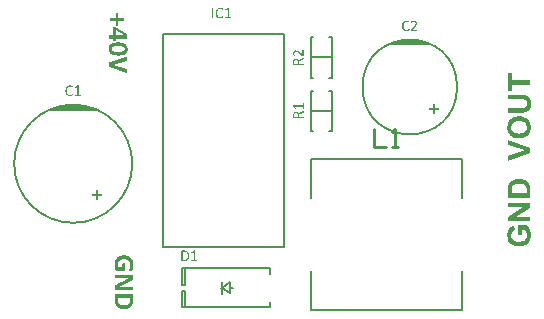
<source format=gto>
G04*
G04 #@! TF.GenerationSoftware,Altium Limited,Altium Designer,21.6.1 (37)*
G04*
G04 Layer_Color=65535*
%FSLAX25Y25*%
%MOIN*%
G70*
G04*
G04 #@! TF.SameCoordinates,DC8E1805-1AE0-4662-A60C-033F26306971*
G04*
G04*
G04 #@! TF.FilePolarity,Positive*
G04*
G01*
G75*
%ADD10C,0.00787*%
%ADD11C,0.00591*%
%ADD12C,0.01000*%
G36*
X336169Y332801D02*
X337143Y333256D01*
X339178Y333946D01*
X341277Y334412D01*
X343413Y334646D01*
X345563D01*
X347700Y334412D01*
X349798Y333946D01*
X351833Y333256D01*
X352807Y332801D01*
Y332801D01*
X336169Y332801D01*
D02*
G37*
G36*
X450037Y354824D02*
X450817Y355187D01*
X452445Y355740D01*
X454124Y356112D01*
X455833Y356299D01*
X457553D01*
X459262Y356112D01*
X460941Y355740D01*
X462569Y355187D01*
X463348Y354824D01*
Y354824D01*
X450037Y354824D01*
D02*
G37*
G36*
X490614Y342856D02*
X496909D01*
Y341322D01*
X490614D01*
Y339097D01*
X489334D01*
Y345081D01*
X490614D01*
Y342856D01*
D02*
G37*
G36*
X493784Y338002D02*
X493923D01*
X494072D01*
X494395Y337979D01*
X494707Y337956D01*
X494857Y337944D01*
X495006Y337933D01*
X495133Y337910D01*
X495249Y337887D01*
X495260D01*
X495272D01*
X495341Y337863D01*
X495445Y337829D01*
X495583Y337783D01*
X495733Y337714D01*
X495894Y337644D01*
X496056Y337541D01*
X496206Y337425D01*
X496217Y337414D01*
X496275Y337368D01*
X496344Y337287D01*
X496425Y337195D01*
X496528Y337056D01*
X496632Y336906D01*
X496736Y336734D01*
X496828Y336538D01*
Y336526D01*
X496840Y336514D01*
X496851Y336480D01*
X496863Y336434D01*
X496874Y336388D01*
X496897Y336318D01*
X496932Y336145D01*
X496978Y335938D01*
X497013Y335696D01*
X497036Y335407D01*
X497047Y335085D01*
Y334912D01*
X497036Y334820D01*
Y334716D01*
X497013Y334474D01*
X496990Y334208D01*
X496944Y333943D01*
X496886Y333678D01*
X496851Y333563D01*
X496805Y333447D01*
Y333436D01*
X496794Y333424D01*
X496759Y333355D01*
X496701Y333251D01*
X496632Y333125D01*
X496528Y332986D01*
X496425Y332836D01*
X496286Y332698D01*
X496148Y332560D01*
X496125Y332548D01*
X496079Y332513D01*
X495998Y332456D01*
X495894Y332387D01*
X495767Y332317D01*
X495617Y332248D01*
X495468Y332179D01*
X495306Y332133D01*
X495295D01*
X495272D01*
X495237Y332121D01*
X495179Y332110D01*
X495122Y332098D01*
X495029Y332087D01*
X494937Y332075D01*
X494822Y332064D01*
X494695Y332052D01*
X494557Y332041D01*
X494395Y332029D01*
X494222Y332018D01*
X494038Y332006D01*
X493830D01*
X493611Y331995D01*
X493381D01*
X489334D01*
Y333528D01*
X493450D01*
X493461D01*
X493496D01*
X493542D01*
X493611D01*
X493680D01*
X493773D01*
X493980Y333540D01*
X494188D01*
X494395Y333551D01*
X494580Y333563D01*
X494661D01*
X494718Y333574D01*
X494741D01*
X494799Y333597D01*
X494880Y333632D01*
X494983Y333666D01*
X495110Y333736D01*
X495237Y333816D01*
X495352Y333909D01*
X495468Y334035D01*
X495479Y334058D01*
X495514Y334105D01*
X495560Y334185D01*
X495606Y334301D01*
X495652Y334439D01*
X495698Y334612D01*
X495733Y334820D01*
X495744Y335039D01*
Y335142D01*
X495733Y335258D01*
X495710Y335407D01*
X495675Y335557D01*
X495629Y335719D01*
X495571Y335869D01*
X495479Y336007D01*
X495468Y336019D01*
X495433Y336065D01*
X495375Y336122D01*
X495295Y336180D01*
X495202Y336249D01*
X495099Y336318D01*
X494972Y336376D01*
X494834Y336411D01*
X494810D01*
X494753Y336422D01*
X494661Y336434D01*
X494522Y336445D01*
X494349Y336457D01*
X494119Y336468D01*
X493992D01*
X493853Y336480D01*
X493704D01*
X493542D01*
X489334D01*
Y338013D01*
X493323D01*
X493335D01*
X493381D01*
X493450D01*
X493542D01*
X493657D01*
X493784Y338002D01*
D02*
G37*
G36*
X493312Y330784D02*
X493438D01*
X493600Y330761D01*
X493773Y330738D01*
X493980Y330715D01*
X494188Y330669D01*
X494418Y330623D01*
X494649Y330553D01*
X494891Y330473D01*
X495133Y330369D01*
X495364Y330254D01*
X495595Y330127D01*
X495814Y329965D01*
X496021Y329792D01*
X496033Y329781D01*
X496067Y329746D01*
X496113Y329689D01*
X496182Y329608D01*
X496263Y329516D01*
X496344Y329389D01*
X496436Y329251D01*
X496528Y329089D01*
X496632Y328905D01*
X496724Y328709D01*
X496805Y328489D01*
X496886Y328247D01*
X496955Y327994D01*
X497001Y327729D01*
X497036Y327440D01*
X497047Y327129D01*
Y327060D01*
X497036Y326968D01*
Y326852D01*
X497013Y326714D01*
X496990Y326541D01*
X496967Y326357D01*
X496920Y326161D01*
X496863Y325953D01*
X496794Y325734D01*
X496713Y325515D01*
X496609Y325296D01*
X496494Y325065D01*
X496355Y324858D01*
X496206Y324650D01*
X496021Y324454D01*
X496009Y324443D01*
X495975Y324408D01*
X495917Y324362D01*
X495837Y324304D01*
X495733Y324223D01*
X495606Y324143D01*
X495456Y324050D01*
X495283Y323958D01*
X495087Y323866D01*
X494880Y323774D01*
X494649Y323693D01*
X494395Y323612D01*
X494119Y323555D01*
X493830Y323509D01*
X493519Y323474D01*
X493185Y323462D01*
X493173D01*
X493127D01*
X493069D01*
X492989D01*
X492885Y323474D01*
X492770Y323485D01*
X492643D01*
X492504Y323509D01*
X492193Y323543D01*
X491870Y323601D01*
X491547Y323681D01*
X491236Y323797D01*
X491225D01*
X491213Y323808D01*
X491144Y323843D01*
X491029Y323901D01*
X490890Y323981D01*
X490729Y324085D01*
X490556Y324200D01*
X490371Y324350D01*
X490198Y324500D01*
X490175Y324523D01*
X490118Y324581D01*
X490037Y324673D01*
X489945Y324788D01*
X489829Y324938D01*
X489714Y325100D01*
X489610Y325284D01*
X489518Y325480D01*
Y325492D01*
X489507Y325515D01*
X489484Y325549D01*
X489472Y325607D01*
X489449Y325676D01*
X489414Y325757D01*
X489391Y325849D01*
X489357Y325953D01*
X489311Y326195D01*
X489253Y326472D01*
X489218Y326783D01*
X489207Y327117D01*
Y327187D01*
X489218Y327279D01*
Y327394D01*
X489241Y327533D01*
X489264Y327694D01*
X489299Y327878D01*
X489334Y328074D01*
X489391Y328293D01*
X489461Y328501D01*
X489553Y328732D01*
X489645Y328951D01*
X489772Y329170D01*
X489910Y329389D01*
X490072Y329596D01*
X490256Y329792D01*
X490268Y329804D01*
X490302Y329838D01*
X490360Y329885D01*
X490452Y329954D01*
X490556Y330023D01*
X490683Y330115D01*
X490833Y330196D01*
X491006Y330300D01*
X491201Y330392D01*
X491421Y330484D01*
X491651Y330565D01*
X491905Y330634D01*
X492182Y330703D01*
X492481Y330749D01*
X492804Y330784D01*
X493139Y330796D01*
X493162D01*
X493219D01*
X493312Y330784D01*
D02*
G37*
G36*
X496909Y320303D02*
Y318654D01*
X489334Y315945D01*
Y317594D01*
X494937Y319519D01*
X489334Y321364D01*
Y323001D01*
X496909Y320303D01*
D02*
G37*
G36*
X493438Y309839D02*
X493531D01*
X493750Y309816D01*
X494003Y309793D01*
X494269Y309747D01*
X494545Y309689D01*
X494810Y309608D01*
X494822D01*
X494845Y309597D01*
X494891Y309585D01*
X494949Y309562D01*
X495018Y309528D01*
X495099Y309493D01*
X495283Y309401D01*
X495502Y309285D01*
X495721Y309147D01*
X495940Y308986D01*
X496148Y308801D01*
X496159Y308778D01*
X496217Y308732D01*
X496286Y308640D01*
X496367Y308524D01*
X496471Y308363D01*
X496574Y308179D01*
X496667Y307971D01*
X496759Y307729D01*
X496770Y307706D01*
X496782Y307637D01*
X496805Y307533D01*
X496828Y307371D01*
X496863Y307187D01*
X496886Y306956D01*
X496897Y306680D01*
X496909Y306380D01*
Y303520D01*
X489334D01*
Y306530D01*
X489345Y306622D01*
X489357Y306830D01*
X489368Y307072D01*
X489391Y307302D01*
X489437Y307533D01*
X489484Y307740D01*
Y307752D01*
X489495Y307775D01*
X489507Y307810D01*
X489518Y307856D01*
X489576Y307971D01*
X489645Y308133D01*
X489737Y308306D01*
X489864Y308490D01*
X490014Y308686D01*
X490187Y308870D01*
Y308882D01*
X490210Y308893D01*
X490279Y308951D01*
X490383Y309032D01*
X490521Y309147D01*
X490706Y309262D01*
X490913Y309378D01*
X491144Y309493D01*
X491409Y309597D01*
X491421D01*
X491444Y309608D01*
X491478Y309620D01*
X491536Y309631D01*
X491605Y309654D01*
X491697Y309678D01*
X491790Y309701D01*
X491905Y309724D01*
X492032Y309747D01*
X492159Y309770D01*
X492470Y309816D01*
X492816Y309839D01*
X493196Y309851D01*
X493208D01*
X493242D01*
X493289D01*
X493358D01*
X493438Y309839D01*
D02*
G37*
G36*
X496909Y300373D02*
X491939Y297306D01*
X496909D01*
Y295888D01*
X489334D01*
Y297363D01*
X494418Y300488D01*
X489334D01*
Y301906D01*
X496909D01*
Y300373D01*
D02*
G37*
G36*
X495906Y294446D02*
X495963Y294377D01*
X496044Y294273D01*
X496159Y294112D01*
X496286Y293916D01*
X496425Y293674D01*
X496563Y293397D01*
X496701Y293074D01*
Y293063D01*
X496713Y293028D01*
X496736Y292982D01*
X496759Y292913D01*
X496782Y292832D01*
X496805Y292740D01*
X496840Y292625D01*
X496874Y292498D01*
X496932Y292221D01*
X496990Y291910D01*
X497036Y291575D01*
X497047Y291230D01*
Y291114D01*
X497036Y291034D01*
Y290930D01*
X497024Y290803D01*
X497001Y290676D01*
X496990Y290526D01*
X496920Y290203D01*
X496840Y289858D01*
X496713Y289500D01*
X496644Y289327D01*
X496552Y289154D01*
X496540Y289143D01*
X496528Y289120D01*
X496494Y289073D01*
X496459Y289016D01*
X496413Y288935D01*
X496344Y288854D01*
X496182Y288658D01*
X495987Y288451D01*
X495744Y288232D01*
X495456Y288024D01*
X495133Y287840D01*
X495122D01*
X495087Y287817D01*
X495041Y287805D01*
X494972Y287771D01*
X494880Y287736D01*
X494776Y287701D01*
X494661Y287667D01*
X494534Y287621D01*
X494384Y287575D01*
X494222Y287540D01*
X493888Y287471D01*
X493507Y287425D01*
X493104Y287402D01*
X493092D01*
X493046D01*
X492989D01*
X492908Y287413D01*
X492804D01*
X492677Y287425D01*
X492551Y287448D01*
X492401Y287459D01*
X492078Y287517D01*
X491720Y287609D01*
X491363Y287724D01*
X491006Y287886D01*
X490994Y287897D01*
X490959Y287909D01*
X490913Y287944D01*
X490856Y287978D01*
X490775Y288036D01*
X490683Y288093D01*
X490487Y288255D01*
X490256Y288462D01*
X490014Y288704D01*
X489795Y289004D01*
X489587Y289339D01*
Y289350D01*
X489576Y289373D01*
X489553Y289408D01*
X489530Y289465D01*
X489495Y289546D01*
X489472Y289627D01*
X489437Y289731D01*
X489391Y289834D01*
X489357Y289961D01*
X489322Y290100D01*
X489299Y290249D01*
X489264Y290411D01*
X489218Y290757D01*
X489207Y291149D01*
Y291287D01*
X489218Y291379D01*
X489230Y291495D01*
X489241Y291633D01*
X489253Y291783D01*
X489276Y291956D01*
X489357Y292302D01*
X489461Y292671D01*
X489530Y292844D01*
X489610Y293017D01*
X489703Y293190D01*
X489806Y293339D01*
X489818Y293351D01*
X489829Y293374D01*
X489864Y293420D01*
X489910Y293466D01*
X489979Y293535D01*
X490049Y293605D01*
X490129Y293685D01*
X490233Y293766D01*
X490337Y293858D01*
X490464Y293939D01*
X490590Y294031D01*
X490740Y294112D01*
X491052Y294250D01*
X491236Y294320D01*
X491421Y294366D01*
X491709Y292844D01*
X491697D01*
X491686Y292832D01*
X491617Y292809D01*
X491513Y292775D01*
X491386Y292705D01*
X491248Y292625D01*
X491109Y292521D01*
X490959Y292394D01*
X490833Y292244D01*
X490821Y292221D01*
X490786Y292163D01*
X490729Y292071D01*
X490671Y291944D01*
X490614Y291783D01*
X490556Y291599D01*
X490521Y291379D01*
X490510Y291149D01*
Y291057D01*
X490521Y290987D01*
X490533Y290895D01*
X490544Y290803D01*
X490590Y290572D01*
X490671Y290319D01*
X490786Y290054D01*
X490856Y289927D01*
X490936Y289800D01*
X491040Y289673D01*
X491155Y289558D01*
X491167Y289546D01*
X491190Y289535D01*
X491225Y289500D01*
X491271Y289465D01*
X491340Y289419D01*
X491421Y289373D01*
X491513Y289327D01*
X491628Y289269D01*
X491755Y289212D01*
X491893Y289166D01*
X492055Y289120D01*
X492216Y289073D01*
X492401Y289039D01*
X492608Y289004D01*
X492816Y288993D01*
X493046Y288981D01*
X493058D01*
X493104D01*
X493173D01*
X493265Y288993D01*
X493381Y289004D01*
X493507Y289016D01*
X493646Y289027D01*
X493807Y289050D01*
X494130Y289120D01*
X494476Y289235D01*
X494637Y289293D01*
X494787Y289373D01*
X494937Y289465D01*
X495076Y289569D01*
X495087Y289581D01*
X495099Y289592D01*
X495133Y289627D01*
X495179Y289673D01*
X495225Y289742D01*
X495283Y289811D01*
X495352Y289892D01*
X495410Y289996D01*
X495537Y290215D01*
X495641Y290480D01*
X495687Y290630D01*
X495710Y290791D01*
X495733Y290964D01*
X495744Y291137D01*
Y291218D01*
X495733Y291310D01*
X495721Y291437D01*
X495698Y291575D01*
X495664Y291737D01*
X495617Y291910D01*
X495560Y292094D01*
X495548Y292117D01*
X495525Y292175D01*
X495491Y292267D01*
X495433Y292383D01*
X495364Y292509D01*
X495283Y292648D01*
X495202Y292786D01*
X495099Y292924D01*
X494130D01*
Y291183D01*
X492850D01*
Y294469D01*
X495883D01*
X495906Y294446D01*
D02*
G37*
G36*
X361554Y284437D02*
X361623D01*
X361807Y284426D01*
X362015Y284391D01*
X362246Y284357D01*
X362476Y284299D01*
X362707Y284230D01*
X362718D01*
X362730Y284218D01*
X362764Y284207D01*
X362810Y284184D01*
X362914Y284138D01*
X363064Y284057D01*
X363214Y283976D01*
X363387Y283861D01*
X363560Y283734D01*
X363721Y283584D01*
X363744Y283561D01*
X363791Y283515D01*
X363860Y283423D01*
X363952Y283307D01*
X364056Y283157D01*
X364159Y282984D01*
X364263Y282788D01*
X364356Y282581D01*
Y282569D01*
X364367Y282558D01*
X364379Y282523D01*
X364390Y282477D01*
X364425Y282362D01*
X364471Y282201D01*
X364517Y282004D01*
X364552Y281774D01*
X364575Y281532D01*
X364586Y281266D01*
Y281128D01*
X364575Y281024D01*
Y280921D01*
X364563Y280794D01*
X364528Y280552D01*
Y280540D01*
X364517Y280494D01*
X364506Y280436D01*
X364494Y280356D01*
X364448Y280171D01*
X364390Y279987D01*
Y279975D01*
X364379Y279941D01*
X364367Y279894D01*
X364344Y279837D01*
X364298Y279698D01*
X364229Y279572D01*
Y279560D01*
X364217Y279549D01*
X364171Y279479D01*
X364125Y279410D01*
X364067Y279352D01*
X364056Y279341D01*
X364021Y279318D01*
X363964Y279283D01*
X363883Y279260D01*
X363860Y279249D01*
X363791Y279237D01*
X363744D01*
X363687Y279226D01*
X363606D01*
X363525D01*
X363514D01*
X363502D01*
X363445D01*
X363364Y279237D01*
X363283Y279249D01*
X363272D01*
X363226Y279260D01*
X363179Y279272D01*
X363133Y279283D01*
X363122D01*
X363099Y279295D01*
X363076Y279306D01*
X363053Y279329D01*
X363041Y279352D01*
X363030Y279399D01*
Y279410D01*
X363041Y279445D01*
X363064Y279514D01*
X363110Y279606D01*
X363122Y279629D01*
X363168Y279698D01*
X363226Y279814D01*
X363295Y279964D01*
Y279975D01*
X363318Y280010D01*
X363329Y280056D01*
X363352Y280114D01*
X363387Y280194D01*
X363422Y280287D01*
X363479Y280505D01*
Y280517D01*
X363491Y280563D01*
X363514Y280621D01*
X363525Y280713D01*
X363548Y280817D01*
X363560Y280944D01*
X363572Y281082D01*
Y281301D01*
X363560Y281393D01*
X363548Y281497D01*
X363537Y281624D01*
X363502Y281762D01*
X363468Y281901D01*
X363410Y282039D01*
X363399Y282051D01*
X363387Y282097D01*
X363352Y282166D01*
X363295Y282247D01*
X363237Y282350D01*
X363168Y282443D01*
X363076Y282546D01*
X362972Y282650D01*
X362960Y282662D01*
X362926Y282696D01*
X362868Y282742D01*
X362788Y282788D01*
X362684Y282858D01*
X362568Y282927D01*
X362442Y282984D01*
X362303Y283042D01*
X362280D01*
X362234Y283065D01*
X362153Y283077D01*
X362050Y283100D01*
X361923Y283123D01*
X361773Y283146D01*
X361611Y283157D01*
X361438Y283169D01*
X361415D01*
X361346D01*
X361254Y283157D01*
X361127Y283146D01*
X360977Y283134D01*
X360816Y283111D01*
X360666Y283077D01*
X360505Y283031D01*
X360493Y283019D01*
X360435Y283008D01*
X360366Y282973D01*
X360274Y282927D01*
X360170Y282881D01*
X360055Y282811D01*
X359836Y282650D01*
X359824Y282639D01*
X359790Y282604D01*
X359744Y282546D01*
X359686Y282477D01*
X359617Y282397D01*
X359559Y282293D01*
X359490Y282177D01*
X359432Y282051D01*
Y282039D01*
X359409Y281993D01*
X359398Y281912D01*
X359375Y281820D01*
X359351Y281705D01*
X359329Y281566D01*
X359317Y281428D01*
X359305Y281266D01*
Y281186D01*
X359317Y281140D01*
X359329Y281013D01*
X359351Y280863D01*
Y280851D01*
X359363Y280828D01*
X359375Y280782D01*
X359386Y280736D01*
X359432Y280609D01*
X359490Y280471D01*
X360897D01*
Y281647D01*
X360908Y281682D01*
X360943Y281728D01*
X361000Y281762D01*
X361023Y281774D01*
X361047D01*
X361081Y281785D01*
X361139Y281797D01*
X361196D01*
X361265Y281808D01*
X361358D01*
X361369D01*
X361381D01*
X361438D01*
X361508D01*
X361577Y281797D01*
X361588D01*
X361634Y281785D01*
X361681Y281774D01*
X361727Y281762D01*
X361738D01*
X361761Y281751D01*
X361784Y281728D01*
X361807Y281716D01*
X361819Y281705D01*
X361830Y281693D01*
X361842Y281670D01*
Y279525D01*
X361830Y279491D01*
X361807Y279445D01*
Y279433D01*
X361784Y279410D01*
X361761Y279376D01*
X361727Y279341D01*
X361715Y279329D01*
X361692Y279318D01*
X361658Y279295D01*
X361600Y279272D01*
X361588Y279260D01*
X361554Y279249D01*
X361508Y279237D01*
X361438D01*
X359017D01*
X359006D01*
X358994D01*
X358925Y279249D01*
X358844Y279260D01*
X358764Y279295D01*
X358752Y279306D01*
X358706Y279341D01*
X358648Y279399D01*
X358591Y279502D01*
Y279514D01*
X358579Y279525D01*
X358568Y279560D01*
X358556Y279606D01*
X358510Y279721D01*
X358464Y279883D01*
Y279894D01*
X358452Y279918D01*
X358441Y279964D01*
X358429Y280021D01*
X358406Y280171D01*
X358371Y280344D01*
Y280356D01*
X358360Y280390D01*
Y280436D01*
X358348Y280494D01*
X358337Y280575D01*
X358325Y280655D01*
X358302Y280840D01*
Y280886D01*
X358291Y280932D01*
Y280990D01*
X358279Y281070D01*
Y281151D01*
X358268Y281336D01*
Y281463D01*
X358279Y281520D01*
Y281601D01*
X358291Y281774D01*
X358314Y281981D01*
X358360Y282201D01*
X358406Y282431D01*
X358475Y282650D01*
Y282662D01*
X358487Y282673D01*
X358510Y282742D01*
X358568Y282858D01*
X358625Y282984D01*
X358717Y283146D01*
X358821Y283307D01*
X358937Y283469D01*
X359075Y283630D01*
X359098Y283653D01*
X359144Y283699D01*
X359236Y283769D01*
X359351Y283861D01*
X359490Y283953D01*
X359663Y284057D01*
X359847Y284161D01*
X360055Y284241D01*
X360066D01*
X360078Y284253D01*
X360113Y284264D01*
X360159Y284276D01*
X360274Y284310D01*
X360435Y284345D01*
X360631Y284380D01*
X360850Y284414D01*
X361093Y284437D01*
X361358Y284449D01*
X361369D01*
X361392D01*
X361427D01*
X361485D01*
X361554Y284437D01*
D02*
G37*
G36*
X364113Y277946D02*
X364159D01*
X364263Y277900D01*
X364321Y277877D01*
X364367Y277831D01*
Y277819D01*
X364390Y277807D01*
X364425Y277738D01*
X364459Y277646D01*
X364482Y277508D01*
Y276747D01*
X364471Y276643D01*
X364448Y276551D01*
Y276539D01*
X364436Y276528D01*
X364425Y276470D01*
X364390Y276401D01*
X364344Y276332D01*
X364333Y276309D01*
X364298Y276274D01*
X364229Y276205D01*
X364148Y276147D01*
X364125Y276136D01*
X364067Y276090D01*
X363964Y276032D01*
X363837Y275963D01*
X361600Y274775D01*
X361588D01*
X361565Y274752D01*
X361531Y274741D01*
X361473Y274706D01*
X361358Y274648D01*
X361208Y274579D01*
X361196D01*
X361173Y274556D01*
X361139Y274545D01*
X361081Y274510D01*
X360966Y274452D01*
X360816Y274383D01*
X360804D01*
X360781Y274360D01*
X360747Y274348D01*
X360689Y274325D01*
X360574Y274256D01*
X360424Y274199D01*
X360412D01*
X360389Y274187D01*
X360355Y274164D01*
X360309Y274141D01*
X360193Y274083D01*
X360055Y274014D01*
X360066D01*
X360113D01*
X360182D01*
X360262Y274026D01*
X360366D01*
X360482D01*
X360735Y274037D01*
X360747D01*
X360793D01*
X360874D01*
X360966D01*
X361069D01*
X361185D01*
X361427D01*
X364298D01*
X364309D01*
X364321D01*
X364379Y274014D01*
X364390D01*
X364402Y273991D01*
X364425Y273968D01*
X364448Y273922D01*
Y273910D01*
X364459Y273876D01*
X364471Y273818D01*
X364482Y273749D01*
Y273726D01*
X364494Y273668D01*
X364506Y273587D01*
Y273380D01*
X364494Y273288D01*
X364482Y273207D01*
Y273184D01*
X364471Y273138D01*
X364459Y273080D01*
X364448Y273034D01*
Y273023D01*
X364436Y273000D01*
X364413Y272976D01*
X364379Y272953D01*
Y272942D01*
X364356Y272930D01*
X364333Y272919D01*
X364298D01*
X358798D01*
X358787D01*
X358740D01*
X358671Y272942D01*
X358602Y272965D01*
X358591Y272976D01*
X358556Y272988D01*
X358510Y273023D01*
X358464Y273069D01*
X358452Y273080D01*
X358429Y273103D01*
X358406Y273161D01*
X358383Y273219D01*
Y273230D01*
X358371Y273265D01*
X358360Y273322D01*
Y274014D01*
X358371Y274106D01*
X358383Y274210D01*
X358395Y274233D01*
X358418Y274279D01*
X358452Y274348D01*
X358510Y274429D01*
X358521Y274441D01*
X358579Y274487D01*
X358648Y274556D01*
X358752Y274625D01*
X358764D01*
X358775Y274637D01*
X358810Y274660D01*
X358856Y274683D01*
X358971Y274752D01*
X359133Y274833D01*
X361992Y276355D01*
X362003D01*
X362038Y276378D01*
X362084Y276401D01*
X362153Y276435D01*
X362234Y276470D01*
X362326Y276516D01*
X362534Y276620D01*
X362545Y276631D01*
X362580Y276643D01*
X362649Y276666D01*
X362718Y276701D01*
X362810Y276735D01*
X362914Y276781D01*
X363122Y276862D01*
Y276874D01*
X363110D01*
X363064D01*
X362995D01*
X362903Y276862D01*
X362799D01*
X362684D01*
X362430Y276851D01*
X362419D01*
X362372D01*
X362303D01*
X362223Y276839D01*
X362119D01*
X361992D01*
X361738D01*
X358544D01*
X358533D01*
X358521D01*
X358487Y276851D01*
X358452Y276874D01*
X358429Y276897D01*
X358418Y276920D01*
X358395Y276966D01*
Y276977D01*
X358383Y277012D01*
X358371Y277058D01*
X358360Y277139D01*
Y277208D01*
X358348Y277300D01*
Y277600D01*
X358360Y277692D01*
Y277704D01*
X358371Y277750D01*
X358383Y277807D01*
X358395Y277854D01*
Y277865D01*
X358406Y277888D01*
X358429Y277911D01*
X358452Y277934D01*
X358464D01*
X358487Y277946D01*
X358544Y277957D01*
X364033D01*
X364044D01*
X364067D01*
X364113Y277946D01*
D02*
G37*
G36*
X364159Y271570D02*
X364206D01*
X364309Y271535D01*
X364390Y271478D01*
X364402Y271455D01*
X364436Y271408D01*
X364471Y271328D01*
X364482Y271224D01*
Y269448D01*
X364471Y269368D01*
X364459Y269172D01*
X364436Y268952D01*
X364402Y268722D01*
X364356Y268491D01*
X364286Y268272D01*
Y268261D01*
X364275Y268249D01*
X364252Y268180D01*
X364206Y268065D01*
X364137Y267938D01*
X364056Y267788D01*
X363964Y267627D01*
X363848Y267465D01*
X363710Y267315D01*
X363698Y267292D01*
X363641Y267246D01*
X363560Y267177D01*
X363456Y267096D01*
X363318Y266992D01*
X363168Y266900D01*
X362983Y266796D01*
X362788Y266716D01*
X362776D01*
X362764Y266704D01*
X362730Y266693D01*
X362695Y266681D01*
X362580Y266647D01*
X362419Y266612D01*
X362234Y266577D01*
X362015Y266543D01*
X361773Y266520D01*
X361508Y266508D01*
X361496D01*
X361473D01*
X361427D01*
X361369D01*
X361300Y266520D01*
X361208D01*
X361012Y266531D01*
X360781Y266566D01*
X360551Y266600D01*
X360297Y266658D01*
X360066Y266739D01*
X360055D01*
X360043Y266750D01*
X359974Y266773D01*
X359859Y266831D01*
X359720Y266900D01*
X359571Y266992D01*
X359409Y267096D01*
X359248Y267223D01*
X359098Y267373D01*
X359086Y267396D01*
X359040Y267442D01*
X358971Y267534D01*
X358890Y267650D01*
X358798Y267788D01*
X358706Y267961D01*
X358614Y268157D01*
X358544Y268364D01*
Y268376D01*
X358533Y268388D01*
Y268422D01*
X358521Y268468D01*
X358510Y268526D01*
X358487Y268595D01*
X358464Y268757D01*
X358429Y268964D01*
X358395Y269206D01*
X358383Y269471D01*
X358371Y269760D01*
Y271247D01*
X358383Y271316D01*
X358406Y271397D01*
X358452Y271478D01*
X358475Y271489D01*
X358521Y271524D01*
X358625Y271570D01*
X358683Y271581D01*
X358764D01*
X364090D01*
X364102D01*
X364125D01*
X364159Y271570D01*
D02*
G37*
G36*
X359332Y365146D02*
X359343D01*
X359389Y365134D01*
X359424Y365123D01*
X359470Y365111D01*
X359482D01*
X359505Y365100D01*
X359528Y365077D01*
X359551Y365054D01*
X359562Y365042D01*
X359574Y365031D01*
X359585Y365008D01*
Y363486D01*
X361176D01*
X361188D01*
X361211D01*
X361269Y363463D01*
X361280D01*
X361292Y363439D01*
X361315Y363416D01*
X361338Y363382D01*
Y363370D01*
X361349Y363336D01*
X361361Y363290D01*
X361372Y363232D01*
Y363220D01*
X361384Y363163D01*
X361396Y363094D01*
Y362909D01*
X361384Y362828D01*
X361372Y362759D01*
Y362736D01*
X361361Y362702D01*
X361349Y362655D01*
X361338Y362609D01*
Y362598D01*
X361326Y362575D01*
X361303Y362552D01*
X361269Y362529D01*
X361257Y362517D01*
X361246Y362506D01*
X361211Y362494D01*
X361176D01*
X359585D01*
Y360995D01*
X359574Y360972D01*
X359551Y360949D01*
Y360938D01*
X359528Y360926D01*
X359505Y360903D01*
X359470Y360880D01*
X359458D01*
X359435Y360868D01*
X359389Y360857D01*
X359332Y360845D01*
X359320D01*
X359274Y360834D01*
X359205Y360822D01*
X359113D01*
X359089D01*
X359043D01*
X358963Y360834D01*
X358893Y360845D01*
X358882D01*
X358836Y360857D01*
X358790Y360868D01*
X358744Y360891D01*
X358732D01*
X358720Y360903D01*
X358674Y360949D01*
X358663Y360972D01*
X358651Y361030D01*
Y362494D01*
X357049D01*
X357037D01*
X357026D01*
X356991Y362506D01*
X356956Y362529D01*
X356933Y362552D01*
X356922Y362575D01*
X356899Y362609D01*
Y362621D01*
X356887Y362644D01*
X356876Y362690D01*
X356864Y362759D01*
Y362817D01*
X356853Y362898D01*
Y363151D01*
X356864Y363232D01*
Y363244D01*
X356876Y363290D01*
X356887Y363336D01*
X356899Y363382D01*
Y363393D01*
X356910Y363416D01*
X356933Y363439D01*
X356956Y363463D01*
X356968D01*
X356991Y363474D01*
X357049Y363486D01*
X358651D01*
Y364984D01*
X358674Y365042D01*
X358697Y365065D01*
X358744Y365111D01*
X358755D01*
X358790Y365123D01*
X358836Y365134D01*
X358893Y365146D01*
X358905D01*
X358951D01*
X359020Y365158D01*
X359113D01*
X359124D01*
X359136D01*
X359193D01*
X359262D01*
X359332Y365146D01*
D02*
G37*
G36*
X358548Y360396D02*
X358617D01*
X358686Y360384D01*
X358697D01*
X358744Y360372D01*
X358801Y360349D01*
X358859Y360338D01*
X358870Y360326D01*
X358905Y360315D01*
X358963Y360292D01*
X359020Y360257D01*
X362375Y358366D01*
X362387D01*
X362399Y358343D01*
X362422Y358320D01*
X362445Y358286D01*
X362456Y358274D01*
X362468Y358240D01*
X362479Y358193D01*
X362502Y358124D01*
Y358101D01*
X362514Y358055D01*
X362525Y357974D01*
X362537Y357871D01*
Y357813D01*
X362548Y357767D01*
Y357352D01*
X362537Y357213D01*
X362525Y357075D01*
Y357040D01*
X362514Y356971D01*
X362502Y356891D01*
X362491Y356810D01*
Y356787D01*
X362479Y356752D01*
X362456Y356706D01*
X362422Y356660D01*
Y356648D01*
X362399Y356625D01*
X362375Y356614D01*
X362341Y356602D01*
X358663D01*
Y356049D01*
X358651Y356014D01*
X358605Y355980D01*
X358582Y355957D01*
X358536Y355933D01*
X358513Y355922D01*
X358490Y355910D01*
X358444Y355899D01*
X358398D01*
X358329Y355887D01*
X358248Y355876D01*
X358155D01*
X358144D01*
X358121D01*
X358075D01*
X358017Y355887D01*
X357902Y355899D01*
X357787Y355933D01*
X357764Y355945D01*
X357729Y355968D01*
X357694Y356003D01*
X357671Y356060D01*
Y356602D01*
X356564D01*
X356553D01*
X356541D01*
X356507Y356614D01*
X356484Y356637D01*
X356461Y356660D01*
X356449Y356695D01*
X356426Y356741D01*
Y356752D01*
X356415Y356787D01*
X356403Y356844D01*
X356391Y356925D01*
Y356994D01*
X356380Y357086D01*
Y357409D01*
X356391Y357502D01*
Y357525D01*
X356403Y357571D01*
X356415Y357628D01*
X356426Y357686D01*
Y357698D01*
X356438Y357721D01*
X356461Y357755D01*
X356484Y357778D01*
X356495D01*
X356507Y357790D01*
X356564Y357801D01*
X357671D01*
Y360188D01*
X357683Y360269D01*
Y360280D01*
X357694Y360292D01*
X357717Y360326D01*
X357752Y360349D01*
X357764D01*
X357798Y360372D01*
X357856Y360384D01*
X357925Y360396D01*
X357948D01*
X358006D01*
X358098Y360407D01*
X358225D01*
X358236D01*
X358248D01*
X358317D01*
X358398D01*
X358478D01*
X358501D01*
X358548Y360396D01*
D02*
G37*
G36*
X359701Y355403D02*
X359874D01*
X360081Y355392D01*
X360300Y355368D01*
X360519Y355334D01*
X360750Y355299D01*
X360761D01*
X360773Y355288D01*
X360807D01*
X360854Y355276D01*
X360957Y355253D01*
X361107Y355207D01*
X361257Y355161D01*
X361430Y355092D01*
X361603Y355011D01*
X361764Y354919D01*
X361788Y354907D01*
X361834Y354873D01*
X361903Y354803D01*
X361995Y354723D01*
X362099Y354631D01*
X362203Y354504D01*
X362306Y354365D01*
X362399Y354216D01*
X362410Y354192D01*
X362433Y354135D01*
X362468Y354043D01*
X362514Y353927D01*
X362560Y353777D01*
X362595Y353593D01*
X362618Y353397D01*
X362629Y353178D01*
Y353074D01*
X362618Y352959D01*
X362606Y352809D01*
X362572Y352647D01*
X362537Y352474D01*
X362479Y352302D01*
X362410Y352140D01*
X362399Y352117D01*
X362375Y352071D01*
X362318Y351990D01*
X362249Y351898D01*
X362156Y351794D01*
X362053Y351690D01*
X361926Y351575D01*
X361788Y351483D01*
X361764Y351471D01*
X361718Y351448D01*
X361626Y351402D01*
X361511Y351344D01*
X361372Y351298D01*
X361199Y351241D01*
X361003Y351195D01*
X360796Y351149D01*
X360784D01*
X360773D01*
X360738Y351137D01*
X360692D01*
X360577Y351114D01*
X360415Y351091D01*
X360219Y351079D01*
X360000Y351056D01*
X359747Y351045D01*
X359482D01*
X359470D01*
X359447D01*
X359412D01*
X359355D01*
X359297D01*
X359216Y351056D01*
X359043D01*
X358836Y351079D01*
X358617Y351102D01*
X358386Y351126D01*
X358155Y351172D01*
X358144D01*
X358133D01*
X358098Y351183D01*
X358063Y351195D01*
X357948Y351218D01*
X357810Y351264D01*
X357648Y351310D01*
X357487Y351379D01*
X357314Y351460D01*
X357152Y351552D01*
X357129Y351564D01*
X357083Y351598D01*
X357014Y351656D01*
X356922Y351737D01*
X356818Y351840D01*
X356714Y351956D01*
X356610Y352094D01*
X356518Y352244D01*
X356507Y352267D01*
X356484Y352325D01*
X356449Y352417D01*
X356415Y352532D01*
X356368Y352682D01*
X356334Y352867D01*
X356311Y353074D01*
X356299Y353293D01*
Y353397D01*
X356311Y353512D01*
X356322Y353662D01*
X356345Y353823D01*
X356391Y354008D01*
X356438Y354181D01*
X356507Y354342D01*
X356518Y354365D01*
X356553Y354412D01*
X356599Y354481D01*
X356668Y354573D01*
X356760Y354677D01*
X356864Y354781D01*
X356991Y354896D01*
X357129Y354988D01*
X357152Y354999D01*
X357199Y355023D01*
X357291Y355069D01*
X357406Y355115D01*
X357544Y355172D01*
X357717Y355230D01*
X357902Y355276D01*
X358109Y355322D01*
X358121D01*
X358133D01*
X358167Y355334D01*
X358213D01*
X358340Y355345D01*
X358501Y355368D01*
X358697Y355380D01*
X358916Y355403D01*
X359170Y355415D01*
X359435D01*
X359447D01*
X359470D01*
X359505D01*
X359562D01*
X359620D01*
X359701Y355403D01*
D02*
G37*
G36*
X362422Y350664D02*
X362468Y350630D01*
X362479Y350618D01*
X362491Y350584D01*
X362514Y350526D01*
X362525Y350434D01*
Y350411D01*
X362537Y350376D01*
Y350272D01*
X362548Y350203D01*
Y349799D01*
X362537Y349696D01*
Y349673D01*
X362525Y349627D01*
X362514Y349569D01*
X362502Y349511D01*
Y349500D01*
X362491Y349477D01*
X362468Y349442D01*
X362433Y349419D01*
X362422Y349408D01*
X362399Y349396D01*
X362364Y349384D01*
X362306Y349361D01*
X357602Y347863D01*
X362283Y346410D01*
X362295D01*
X362329Y346398D01*
X362375Y346375D01*
X362410Y346364D01*
X362422Y346352D01*
X362445Y346340D01*
X362468Y346306D01*
X362491Y346260D01*
X362502Y346248D01*
X362514Y346214D01*
X362525Y346145D01*
X362537Y346064D01*
Y346041D01*
X362548Y345972D01*
Y345591D01*
X362537Y345487D01*
X362525Y345384D01*
Y345360D01*
X362514Y345314D01*
X362491Y345257D01*
X362456Y345211D01*
X362445Y345199D01*
X362422Y345187D01*
X362375Y345176D01*
X362306Y345187D01*
X362283D01*
X362237Y345199D01*
X362156Y345222D01*
X362041Y345257D01*
X356622Y347078D01*
X356610D01*
X356576Y347090D01*
X356484Y347148D01*
X356472Y347159D01*
X356461Y347171D01*
X356438Y347205D01*
X356415Y347263D01*
Y347274D01*
X356403Y347321D01*
Y347390D01*
X356391Y347494D01*
Y347597D01*
X356380Y347713D01*
Y348093D01*
X356391Y348208D01*
Y348358D01*
X356403Y348427D01*
Y348531D01*
X356415Y348589D01*
Y348600D01*
X356426Y348623D01*
X356461Y348693D01*
X356472D01*
X356484Y348716D01*
X356530Y348750D01*
X356541D01*
X356564Y348762D01*
X356634Y348785D01*
X362053Y350607D01*
X362064D01*
X362087Y350618D01*
X362156Y350641D01*
X362237Y350664D01*
X362318Y350676D01*
X362341D01*
X362375D01*
X362422Y350664D01*
D02*
G37*
G36*
X393588Y367000D02*
X393680Y366994D01*
X393784Y366974D01*
X393791D01*
X393810Y366967D01*
X393836Y366961D01*
X393869Y366954D01*
X393954Y366935D01*
X394045Y366902D01*
X394052D01*
X394065Y366896D01*
X394091Y366889D01*
X394117Y366876D01*
X394189Y366843D01*
X394261Y366804D01*
X394267D01*
X394274Y366798D01*
X394313Y366772D01*
X394359Y366745D01*
X394391Y366719D01*
X394398Y366713D01*
X394411Y366700D01*
X394431Y366687D01*
X394437Y366667D01*
X394444Y366654D01*
X394457Y366621D01*
Y366615D01*
X394463Y366602D01*
Y366582D01*
X394470Y366556D01*
Y366549D01*
X394476Y366536D01*
Y366510D01*
Y366478D01*
Y366471D01*
Y366445D01*
Y366419D01*
X394470Y366386D01*
Y366380D01*
X394463Y366367D01*
X394450Y366321D01*
Y366314D01*
X394444Y366308D01*
X394424Y366282D01*
X394418D01*
X394391Y366275D01*
X394385D01*
X394365Y366282D01*
X394333Y366295D01*
X394287Y366321D01*
X394274Y366328D01*
X394241Y366354D01*
X394182Y366393D01*
X394111Y366439D01*
X394104D01*
X394091Y366452D01*
X394072Y366465D01*
X394039Y366478D01*
X394000Y366497D01*
X393960Y366517D01*
X393856Y366556D01*
X393849D01*
X393830Y366563D01*
X393797Y366576D01*
X393752Y366582D01*
X393699Y366595D01*
X393640Y366602D01*
X393569Y366608D01*
X393451D01*
X393406Y366602D01*
X393353Y366595D01*
X393288Y366582D01*
X393216Y366569D01*
X393144Y366543D01*
X393072Y366510D01*
X393066Y366504D01*
X393040Y366491D01*
X393007Y366471D01*
X392961Y366445D01*
X392909Y366406D01*
X392857Y366354D01*
X392798Y366301D01*
X392746Y366236D01*
X392739Y366230D01*
X392726Y366203D01*
X392700Y366164D01*
X392674Y366119D01*
X392641Y366053D01*
X392609Y365975D01*
X392576Y365890D01*
X392544Y365799D01*
Y365786D01*
X392530Y365753D01*
X392524Y365701D01*
X392511Y365629D01*
X392498Y365544D01*
X392485Y365446D01*
X392478Y365335D01*
X392472Y365211D01*
Y365204D01*
Y365198D01*
Y365178D01*
Y365152D01*
X392478Y365093D01*
Y365015D01*
X392485Y364924D01*
X392498Y364826D01*
X392517Y364721D01*
X392537Y364623D01*
X392544Y364610D01*
X392550Y364584D01*
X392570Y364532D01*
X392589Y364473D01*
X392615Y364408D01*
X392654Y364336D01*
X392694Y364264D01*
X392739Y364199D01*
X392746Y364192D01*
X392765Y364173D01*
X392792Y364140D01*
X392831Y364101D01*
X392877Y364062D01*
X392935Y364022D01*
X393001Y363977D01*
X393066Y363944D01*
X393072Y363937D01*
X393099Y363931D01*
X393138Y363918D01*
X393197Y363905D01*
X393262Y363885D01*
X393334Y363872D01*
X393419Y363866D01*
X393503Y363859D01*
X393575D01*
X393628Y363866D01*
X393686Y363872D01*
X393745Y363879D01*
X393863Y363905D01*
X393869D01*
X393889Y363911D01*
X393915Y363924D01*
X393954Y363937D01*
X394039Y363977D01*
X394124Y364016D01*
X394130D01*
X394143Y364029D01*
X394163Y364042D01*
X394189Y364055D01*
X394248Y364094D01*
X394307Y364133D01*
X394313D01*
X394320Y364140D01*
X394346Y364159D01*
X394385Y364179D01*
X394418Y364186D01*
X394431D01*
X394450Y364173D01*
X394457Y364166D01*
X394463Y364159D01*
X394470Y364140D01*
Y364133D01*
X394476Y364127D01*
Y364107D01*
X394483Y364081D01*
Y364075D01*
X394489Y364055D01*
Y364022D01*
Y363977D01*
Y363970D01*
Y363951D01*
X394483Y363905D01*
Y363898D01*
Y363885D01*
X394476Y363846D01*
Y363840D01*
X394470Y363833D01*
X394457Y363800D01*
X394450Y363787D01*
X394437Y363774D01*
X394418Y363755D01*
X394411Y363748D01*
X394391Y363735D01*
X394359Y363709D01*
X394307Y363676D01*
X394300D01*
X394294Y363670D01*
X394274Y363657D01*
X394248Y363644D01*
X394182Y363611D01*
X394091Y363572D01*
X394085D01*
X394072Y363565D01*
X394045Y363552D01*
X394006Y363539D01*
X393967Y363526D01*
X393915Y363513D01*
X393804Y363487D01*
X393797D01*
X393778Y363480D01*
X393745Y363474D01*
X393699D01*
X393647Y363467D01*
X393582Y363461D01*
X393445Y363454D01*
X393386D01*
X393321Y363461D01*
X393242Y363467D01*
X393144Y363480D01*
X393040Y363500D01*
X392935Y363526D01*
X392831Y363565D01*
X392818Y363572D01*
X392785Y363585D01*
X392739Y363611D01*
X392674Y363650D01*
X392602Y363696D01*
X392524Y363748D01*
X392446Y363813D01*
X392374Y363892D01*
X392367Y363905D01*
X392341Y363931D01*
X392308Y363977D01*
X392269Y364042D01*
X392217Y364120D01*
X392171Y364212D01*
X392126Y364316D01*
X392080Y364434D01*
Y364440D01*
X392073Y364447D01*
Y364466D01*
X392067Y364493D01*
X392047Y364558D01*
X392034Y364649D01*
X392015Y364760D01*
X391995Y364891D01*
X391988Y365028D01*
X391982Y365185D01*
Y365191D01*
Y365204D01*
Y365224D01*
Y365257D01*
X391988Y365296D01*
Y365341D01*
X391995Y365439D01*
X392008Y365564D01*
X392028Y365688D01*
X392054Y365818D01*
X392086Y365949D01*
Y365955D01*
X392093Y365962D01*
X392099Y365981D01*
X392106Y366007D01*
X392132Y366066D01*
X392165Y366151D01*
X392211Y366236D01*
X392263Y366334D01*
X392328Y366432D01*
X392400Y366523D01*
X392406Y366536D01*
X392439Y366563D01*
X392478Y366602D01*
X392537Y366654D01*
X392602Y366713D01*
X392687Y366772D01*
X392779Y366830D01*
X392877Y366882D01*
X392883D01*
X392890Y366889D01*
X392929Y366902D01*
X392981Y366922D01*
X393059Y366948D01*
X393151Y366967D01*
X393255Y366987D01*
X393373Y367000D01*
X393497Y367007D01*
X393549D01*
X393588Y367000D01*
D02*
G37*
G36*
X396285Y366981D02*
X396292D01*
X396311Y366974D01*
X396331Y366967D01*
X396351Y366961D01*
X396357D01*
X396364Y366954D01*
X396377Y366948D01*
X396383Y366941D01*
X396390Y366935D01*
X396396Y366909D01*
Y363872D01*
X397036D01*
X397062Y363859D01*
X397069D01*
X397075Y363853D01*
X397088Y363820D01*
Y363813D01*
X397095Y363807D01*
X397101Y363787D01*
X397108Y363761D01*
Y363755D01*
X397114Y363742D01*
X397121Y363716D01*
Y363683D01*
Y363676D01*
Y363650D01*
X397114Y363624D01*
X397108Y363591D01*
Y363585D01*
X397101Y363572D01*
X397088Y363533D01*
X397082Y363520D01*
X397056Y363507D01*
X397049D01*
X397023Y363500D01*
X395201D01*
X395175Y363507D01*
X395169Y363513D01*
X395149Y363533D01*
Y363539D01*
X395143Y363552D01*
X395129Y363591D01*
Y363598D01*
Y363617D01*
X395123Y363644D01*
Y363683D01*
Y363689D01*
Y363709D01*
X395129Y363761D01*
Y363768D01*
X395136Y363781D01*
X395143Y363800D01*
X395149Y363820D01*
Y363826D01*
X395156Y363833D01*
X395175Y363859D01*
X395182D01*
X395188Y363866D01*
X395214Y363872D01*
X395939D01*
Y366504D01*
X395267Y366106D01*
X395260Y366099D01*
X395240Y366086D01*
X395214Y366073D01*
X395188Y366066D01*
X395169D01*
X395136Y366079D01*
Y366086D01*
X395129Y366092D01*
X395123Y366112D01*
X395116Y366138D01*
Y366145D01*
Y366164D01*
X395110Y366197D01*
Y366243D01*
Y366249D01*
Y366269D01*
Y366321D01*
Y366328D01*
X395116Y366340D01*
X395123Y366373D01*
Y366380D01*
X395129Y366386D01*
X395143Y366406D01*
X395149Y366412D01*
X395156Y366419D01*
X395182Y366439D01*
X395978Y366954D01*
X395985Y366961D01*
X396011D01*
X396018Y366967D01*
X396044Y366974D01*
X396050D01*
X396063Y366981D01*
X396109D01*
X396122Y366987D01*
X396253D01*
X396285Y366981D01*
D02*
G37*
G36*
X391100Y366974D02*
X391133Y366967D01*
X391140D01*
X391159Y366961D01*
X391185D01*
X391205Y366954D01*
X391211D01*
X391218Y366948D01*
X391244Y366928D01*
X391251Y366922D01*
X391257Y366889D01*
Y363572D01*
Y363565D01*
Y363559D01*
X391244Y363526D01*
X391237Y363520D01*
X391205Y363507D01*
X391198D01*
X391185Y363500D01*
X391166D01*
X391133Y363493D01*
X391107D01*
X391074Y363487D01*
X390957D01*
X390917Y363493D01*
X390911D01*
X390891Y363500D01*
X390865D01*
X390846Y363507D01*
X390839D01*
X390833Y363513D01*
X390807Y363526D01*
Y363533D01*
Y363539D01*
X390800Y363572D01*
Y366889D01*
Y366896D01*
Y366902D01*
X390807Y366928D01*
Y366935D01*
X390820Y366941D01*
X390846Y366954D01*
X390852D01*
X390865Y366961D01*
X390891D01*
X390917Y366967D01*
X390924D01*
X390950Y366974D01*
X390983Y366981D01*
X391068D01*
X391100Y366974D01*
D02*
G37*
G36*
X421156Y352889D02*
X421189Y352882D01*
X421196D01*
X421209Y352876D01*
X421254Y352863D01*
X421261D01*
X421267Y352856D01*
X421293Y352837D01*
Y352824D01*
X421300Y352791D01*
Y350858D01*
X421293Y350812D01*
Y350806D01*
X421287Y350799D01*
X421267Y350760D01*
X421261D01*
X421248Y350747D01*
X421228Y350741D01*
X421202Y350734D01*
X421196D01*
X421176D01*
X421143Y350728D01*
X421104D01*
X421091D01*
X421071D01*
X421039D01*
X421006D01*
X421000D01*
X420980Y350734D01*
X420941Y350747D01*
X420934D01*
X420921Y350754D01*
X420876Y350780D01*
X420869Y350786D01*
X420856Y350793D01*
X420810Y350832D01*
X420098Y351531D01*
X420085Y351544D01*
X420059Y351570D01*
X420007Y351616D01*
X419948Y351668D01*
X419883Y351727D01*
X419805Y351792D01*
X419733Y351851D01*
X419654Y351909D01*
X419648Y351916D01*
X419622Y351936D01*
X419583Y351962D01*
X419537Y351994D01*
X419485Y352033D01*
X419426Y352073D01*
X419361Y352105D01*
X419302Y352138D01*
X419295Y352145D01*
X419276Y352151D01*
X419243Y352164D01*
X419204Y352184D01*
X419106Y352216D01*
X419008Y352242D01*
X419001D01*
X418988Y352249D01*
X418962D01*
X418930Y352256D01*
X418851Y352262D01*
X418766Y352269D01*
X418760D01*
X418747D01*
X418721D01*
X418694Y352262D01*
X418623Y352256D01*
X418544Y352229D01*
X418538D01*
X418525Y352223D01*
X418505Y352216D01*
X418479Y352203D01*
X418420Y352164D01*
X418362Y352112D01*
X418355D01*
X418348Y352099D01*
X418316Y352060D01*
X418277Y352007D01*
X418237Y351929D01*
Y351922D01*
X418231Y351909D01*
X418224Y351883D01*
X418211Y351857D01*
X418205Y351818D01*
X418198Y351772D01*
X418192Y351674D01*
Y351616D01*
X418198Y351576D01*
X418211Y351478D01*
X418237Y351374D01*
Y351367D01*
X418244Y351354D01*
X418257Y351328D01*
X418270Y351296D01*
X418303Y351217D01*
X418342Y351139D01*
Y351132D01*
X418348Y351126D01*
X418375Y351080D01*
X418407Y351028D01*
X418440Y350969D01*
X418446Y350956D01*
X418460Y350930D01*
X418472Y350897D01*
X418479Y350871D01*
Y350858D01*
X418472Y350832D01*
X418466Y350825D01*
X418440Y350806D01*
X418433D01*
X418420Y350799D01*
X418401D01*
X418375Y350793D01*
X418368D01*
X418348D01*
X418316D01*
X418277D01*
X418270D01*
X418251D01*
X418211D01*
X418205D01*
X418192D01*
X418159Y350799D01*
X418153D01*
X418146Y350806D01*
X418120Y350819D01*
X418113D01*
X418107Y350832D01*
X418074Y350858D01*
X418068Y350865D01*
X418055Y350884D01*
X418028Y350917D01*
X417996Y350969D01*
Y350976D01*
X417989Y350982D01*
X417976Y351002D01*
X417970Y351028D01*
X417937Y351093D01*
X417904Y351171D01*
Y351178D01*
X417898Y351191D01*
X417885Y351217D01*
X417872Y351250D01*
X417859Y351289D01*
X417846Y351335D01*
X417819Y351433D01*
Y351439D01*
X417813Y351459D01*
X417806Y351485D01*
X417800Y351524D01*
Y351570D01*
X417793Y351622D01*
X417787Y351733D01*
Y351779D01*
X417793Y351824D01*
Y351883D01*
X417806Y351955D01*
X417819Y352027D01*
X417833Y352105D01*
X417859Y352177D01*
Y352184D01*
X417872Y352210D01*
X417885Y352242D01*
X417911Y352288D01*
X417970Y352393D01*
X418055Y352491D01*
X418061Y352497D01*
X418074Y352510D01*
X418100Y352536D01*
X418140Y352562D01*
X418179Y352589D01*
X418231Y352621D01*
X418342Y352673D01*
X418348D01*
X418368Y352687D01*
X418401Y352693D01*
X418446Y352706D01*
X418499Y352719D01*
X418557Y352726D01*
X418688Y352739D01*
X418694D01*
X418714D01*
X418753D01*
X418792Y352732D01*
X418845D01*
X418897Y352726D01*
X419021Y352706D01*
X419028D01*
X419047Y352699D01*
X419080Y352693D01*
X419126Y352680D01*
X419178Y352660D01*
X419237Y352634D01*
X419374Y352575D01*
X419380Y352569D01*
X419406Y352556D01*
X419446Y352536D01*
X419498Y352510D01*
X419563Y352471D01*
X419635Y352419D01*
X419713Y352366D01*
X419798Y352301D01*
X419811Y352295D01*
X419837Y352269D01*
X419889Y352229D01*
X419955Y352177D01*
X420033Y352112D01*
X420125Y352027D01*
X420229Y351936D01*
X420340Y351831D01*
X420908Y351283D01*
Y352804D01*
X420921Y352830D01*
Y352837D01*
X420928Y352843D01*
X420960Y352863D01*
X420967D01*
X420980Y352869D01*
X421000Y352876D01*
X421026Y352882D01*
X421032D01*
X421045Y352889D01*
X421071Y352895D01*
X421104D01*
X421111D01*
X421130D01*
X421156Y352889D01*
D02*
G37*
G36*
X421274Y350192D02*
X421280Y350185D01*
X421287Y350179D01*
X421293Y350159D01*
Y350153D01*
X421300Y350140D01*
Y350114D01*
X421307Y350081D01*
Y350048D01*
X421313Y350009D01*
Y349885D01*
X421307Y349846D01*
Y349839D01*
X421300Y349820D01*
Y349794D01*
X421293Y349774D01*
Y349768D01*
X421287Y349761D01*
X421261Y349728D01*
X421254D01*
X421248Y349722D01*
X421209Y349709D01*
X420392Y349389D01*
X420386D01*
X420366Y349376D01*
X420340Y349369D01*
X420307Y349350D01*
X420229Y349317D01*
X420138Y349271D01*
X420131D01*
X420118Y349258D01*
X420098Y349245D01*
X420066Y349232D01*
X420007Y349186D01*
X419942Y349128D01*
X419935Y349121D01*
X419929Y349115D01*
X419909Y349095D01*
X419896Y349069D01*
X419850Y349010D01*
X419811Y348932D01*
Y348925D01*
X419805Y348912D01*
X419792Y348886D01*
X419785Y348860D01*
X419772Y348821D01*
X419765Y348775D01*
X419759Y348664D01*
Y348357D01*
X421228D01*
X421235D01*
X421241D01*
X421274Y348344D01*
X421280Y348338D01*
X421293Y348305D01*
Y348298D01*
X421300Y348285D01*
Y348266D01*
X421307Y348233D01*
Y348207D01*
X421313Y348174D01*
Y348050D01*
X421307Y348011D01*
Y348005D01*
X421300Y347991D01*
X421293Y347946D01*
Y347939D01*
X421287Y347933D01*
X421274Y347906D01*
X421267D01*
X421261D01*
X421228Y347900D01*
X418028D01*
X418022D01*
X418009D01*
X417970Y347906D01*
X417924Y347920D01*
X417885Y347952D01*
X417878Y347959D01*
X417859Y347985D01*
X417846Y348024D01*
X417839Y348070D01*
Y348880D01*
X417846Y348945D01*
X417852Y349017D01*
Y349030D01*
X417859Y349069D01*
Y349121D01*
X417865Y349180D01*
Y349186D01*
X417872Y349213D01*
X417878Y349252D01*
X417891Y349297D01*
X417904Y349350D01*
X417924Y349408D01*
X417976Y349533D01*
Y349539D01*
X417989Y349559D01*
X418002Y349585D01*
X418028Y349624D01*
X418087Y349709D01*
X418166Y349794D01*
X418172Y349800D01*
X418185Y349813D01*
X418211Y349833D01*
X418237Y349852D01*
X418277Y349879D01*
X418322Y349905D01*
X418427Y349950D01*
X418433D01*
X418453Y349957D01*
X418486Y349970D01*
X418525Y349976D01*
X418571Y349990D01*
X418629Y349996D01*
X418753Y350003D01*
X418760D01*
X418786D01*
X418819D01*
X418858Y349996D01*
X418962Y349983D01*
X419067Y349950D01*
X419073D01*
X419093Y349944D01*
X419119Y349931D01*
X419152Y349918D01*
X419230Y349872D01*
X419315Y349813D01*
X419321Y349807D01*
X419335Y349800D01*
X419354Y349781D01*
X419374Y349755D01*
X419439Y349689D01*
X419498Y349604D01*
Y349598D01*
X419511Y349585D01*
X419524Y349559D01*
X419543Y349526D01*
X419563Y349480D01*
X419583Y349434D01*
X419628Y349330D01*
Y349337D01*
X419635Y349343D01*
X419654Y349382D01*
X419681Y349428D01*
X419720Y349480D01*
Y349487D01*
X419733Y349493D01*
X419759Y349526D01*
X419805Y349565D01*
X419857Y349611D01*
X419863D01*
X419870Y349624D01*
X419909Y349650D01*
X419968Y349689D01*
X420040Y349728D01*
X420046D01*
X420059Y349735D01*
X420079Y349748D01*
X420105Y349761D01*
X420183Y349794D01*
X420275Y349833D01*
X421039Y350146D01*
X421045D01*
X421052Y350153D01*
X421091Y350166D01*
X421130Y350185D01*
X421169Y350192D01*
X421176D01*
X421189Y350199D01*
X421209Y350205D01*
X421228D01*
X421235D01*
X421241D01*
X421274Y350192D01*
D02*
G37*
G36*
X421176Y335195D02*
X421209Y335189D01*
X421215D01*
X421228Y335182D01*
X421267Y335169D01*
X421280Y335163D01*
X421293Y335137D01*
Y335130D01*
X421300Y335104D01*
Y333282D01*
X421293Y333256D01*
X421287Y333249D01*
X421267Y333230D01*
X421261D01*
X421248Y333223D01*
X421209Y333210D01*
X421202D01*
X421182D01*
X421156Y333204D01*
X421117D01*
X421111D01*
X421091D01*
X421039Y333210D01*
X421032D01*
X421019Y333217D01*
X421000Y333223D01*
X420980Y333230D01*
X420973D01*
X420967Y333237D01*
X420941Y333256D01*
Y333263D01*
X420934Y333269D01*
X420928Y333295D01*
Y334020D01*
X418296D01*
X418694Y333348D01*
X418701Y333341D01*
X418714Y333321D01*
X418727Y333295D01*
X418734Y333269D01*
Y333249D01*
X418721Y333217D01*
X418714D01*
X418708Y333210D01*
X418688Y333204D01*
X418662Y333197D01*
X418655D01*
X418636D01*
X418603Y333191D01*
X418557D01*
X418551D01*
X418531D01*
X418479D01*
X418472D01*
X418460Y333197D01*
X418427Y333204D01*
X418420D01*
X418414Y333210D01*
X418394Y333223D01*
X418388Y333230D01*
X418381Y333237D01*
X418362Y333263D01*
X417846Y334059D01*
X417839Y334066D01*
Y334092D01*
X417833Y334098D01*
X417826Y334124D01*
Y334131D01*
X417819Y334144D01*
Y334190D01*
X417813Y334203D01*
Y334333D01*
X417819Y334366D01*
Y334373D01*
X417826Y334392D01*
X417833Y334412D01*
X417839Y334431D01*
Y334438D01*
X417846Y334444D01*
X417852Y334458D01*
X417859Y334464D01*
X417865Y334471D01*
X417891Y334477D01*
X420928D01*
Y335117D01*
X420941Y335143D01*
Y335150D01*
X420947Y335156D01*
X420980Y335169D01*
X420987D01*
X420993Y335176D01*
X421013Y335182D01*
X421039Y335189D01*
X421045D01*
X421058Y335195D01*
X421084Y335202D01*
X421117D01*
X421124D01*
X421150D01*
X421176Y335195D01*
D02*
G37*
G36*
X421274Y332492D02*
X421280Y332486D01*
X421287Y332479D01*
X421293Y332459D01*
Y332453D01*
X421300Y332440D01*
Y332414D01*
X421307Y332381D01*
Y332348D01*
X421313Y332309D01*
Y332185D01*
X421307Y332146D01*
Y332139D01*
X421300Y332120D01*
Y332094D01*
X421293Y332074D01*
Y332068D01*
X421287Y332061D01*
X421261Y332028D01*
X421254D01*
X421248Y332022D01*
X421209Y332009D01*
X420392Y331689D01*
X420386D01*
X420366Y331676D01*
X420340Y331669D01*
X420307Y331650D01*
X420229Y331617D01*
X420138Y331571D01*
X420131D01*
X420118Y331558D01*
X420098Y331545D01*
X420066Y331532D01*
X420007Y331486D01*
X419942Y331428D01*
X419935Y331421D01*
X419929Y331415D01*
X419909Y331395D01*
X419896Y331369D01*
X419850Y331310D01*
X419811Y331232D01*
Y331225D01*
X419805Y331212D01*
X419792Y331186D01*
X419785Y331160D01*
X419772Y331121D01*
X419765Y331075D01*
X419759Y330964D01*
Y330657D01*
X421228D01*
X421235D01*
X421241D01*
X421274Y330644D01*
X421280Y330638D01*
X421293Y330605D01*
Y330598D01*
X421300Y330585D01*
Y330566D01*
X421307Y330533D01*
Y330507D01*
X421313Y330474D01*
Y330350D01*
X421307Y330311D01*
Y330305D01*
X421300Y330291D01*
X421293Y330246D01*
Y330239D01*
X421287Y330233D01*
X421274Y330206D01*
X421267D01*
X421261D01*
X421228Y330200D01*
X418028D01*
X418022D01*
X418009D01*
X417970Y330206D01*
X417924Y330220D01*
X417885Y330252D01*
X417878Y330259D01*
X417859Y330285D01*
X417846Y330324D01*
X417839Y330370D01*
Y331179D01*
X417846Y331245D01*
X417852Y331317D01*
Y331330D01*
X417859Y331369D01*
Y331421D01*
X417865Y331480D01*
Y331486D01*
X417872Y331512D01*
X417878Y331552D01*
X417891Y331597D01*
X417904Y331650D01*
X417924Y331708D01*
X417976Y331833D01*
Y331839D01*
X417989Y331859D01*
X418002Y331885D01*
X418028Y331924D01*
X418087Y332009D01*
X418166Y332094D01*
X418172Y332100D01*
X418185Y332113D01*
X418211Y332133D01*
X418237Y332153D01*
X418277Y332179D01*
X418322Y332205D01*
X418427Y332250D01*
X418433D01*
X418453Y332257D01*
X418486Y332270D01*
X418525Y332277D01*
X418571Y332290D01*
X418629Y332296D01*
X418753Y332303D01*
X418760D01*
X418786D01*
X418819D01*
X418858Y332296D01*
X418962Y332283D01*
X419067Y332250D01*
X419073D01*
X419093Y332244D01*
X419119Y332231D01*
X419152Y332218D01*
X419230Y332172D01*
X419315Y332113D01*
X419321Y332107D01*
X419335Y332100D01*
X419354Y332081D01*
X419374Y332054D01*
X419439Y331989D01*
X419498Y331904D01*
Y331898D01*
X419511Y331885D01*
X419524Y331859D01*
X419543Y331826D01*
X419563Y331780D01*
X419583Y331734D01*
X419628Y331630D01*
Y331637D01*
X419635Y331643D01*
X419654Y331682D01*
X419681Y331728D01*
X419720Y331780D01*
Y331787D01*
X419733Y331793D01*
X419759Y331826D01*
X419805Y331865D01*
X419857Y331911D01*
X419863D01*
X419870Y331924D01*
X419909Y331950D01*
X419968Y331989D01*
X420040Y332028D01*
X420046D01*
X420059Y332035D01*
X420079Y332048D01*
X420105Y332061D01*
X420183Y332094D01*
X420275Y332133D01*
X421039Y332446D01*
X421045D01*
X421052Y332453D01*
X421091Y332466D01*
X421130Y332486D01*
X421169Y332492D01*
X421176D01*
X421189Y332499D01*
X421209Y332505D01*
X421228D01*
X421235D01*
X421241D01*
X421274Y332492D01*
D02*
G37*
G36*
X385058Y286081D02*
X385065D01*
X385084Y286074D01*
X385104Y286067D01*
X385123Y286061D01*
X385130D01*
X385136Y286054D01*
X385149Y286048D01*
X385156Y286041D01*
X385162Y286035D01*
X385169Y286009D01*
Y282972D01*
X385809D01*
X385835Y282959D01*
X385841D01*
X385848Y282953D01*
X385861Y282920D01*
Y282913D01*
X385868Y282907D01*
X385874Y282887D01*
X385881Y282861D01*
Y282855D01*
X385887Y282842D01*
X385894Y282816D01*
Y282783D01*
Y282776D01*
Y282750D01*
X385887Y282724D01*
X385881Y282691D01*
Y282685D01*
X385874Y282672D01*
X385861Y282633D01*
X385855Y282620D01*
X385828Y282607D01*
X385822D01*
X385796Y282600D01*
X383974D01*
X383948Y282607D01*
X383941Y282613D01*
X383922Y282633D01*
Y282639D01*
X383915Y282652D01*
X383902Y282691D01*
Y282698D01*
Y282717D01*
X383896Y282744D01*
Y282783D01*
Y282789D01*
Y282809D01*
X383902Y282861D01*
Y282868D01*
X383909Y282881D01*
X383915Y282900D01*
X383922Y282920D01*
Y282927D01*
X383928Y282933D01*
X383948Y282959D01*
X383954D01*
X383961Y282966D01*
X383987Y282972D01*
X384712D01*
Y285604D01*
X384039Y285206D01*
X384033Y285199D01*
X384013Y285186D01*
X383987Y285173D01*
X383961Y285166D01*
X383941D01*
X383909Y285179D01*
Y285186D01*
X383902Y285192D01*
X383896Y285212D01*
X383889Y285238D01*
Y285245D01*
Y285264D01*
X383882Y285297D01*
Y285343D01*
Y285349D01*
Y285369D01*
Y285421D01*
Y285427D01*
X383889Y285440D01*
X383896Y285473D01*
Y285480D01*
X383902Y285486D01*
X383915Y285506D01*
X383922Y285512D01*
X383928Y285519D01*
X383954Y285539D01*
X384751Y286054D01*
X384758Y286061D01*
X384784D01*
X384790Y286067D01*
X384816Y286074D01*
X384823D01*
X384836Y286081D01*
X384882D01*
X384895Y286087D01*
X385025D01*
X385058Y286081D01*
D02*
G37*
G36*
X381564Y286054D02*
X381610D01*
X381715Y286048D01*
X381839Y286035D01*
X381963Y286009D01*
X382093Y285982D01*
X382211Y285943D01*
X382217D01*
X382224Y285937D01*
X382263Y285924D01*
X382322Y285898D01*
X382394Y285858D01*
X382479Y285806D01*
X382563Y285754D01*
X382648Y285682D01*
X382733Y285604D01*
X382740Y285597D01*
X382766Y285565D01*
X382805Y285519D01*
X382851Y285460D01*
X382903Y285382D01*
X382955Y285290D01*
X383008Y285186D01*
X383053Y285075D01*
Y285068D01*
X383060Y285062D01*
X383066Y285042D01*
X383073Y285023D01*
X383086Y284957D01*
X383112Y284872D01*
X383132Y284768D01*
X383145Y284650D01*
X383158Y284520D01*
X383164Y284376D01*
Y284370D01*
Y284357D01*
Y284331D01*
Y284298D01*
X383158Y284259D01*
Y284219D01*
X383151Y284108D01*
X383138Y283984D01*
X383112Y283854D01*
X383086Y283723D01*
X383047Y283593D01*
Y283586D01*
X383040Y283579D01*
X383027Y283540D01*
X383001Y283475D01*
X382962Y283397D01*
X382910Y283312D01*
X382857Y283220D01*
X382786Y283122D01*
X382707Y283037D01*
X382701Y283031D01*
X382668Y282998D01*
X382622Y282959D01*
X382557Y282913D01*
X382479Y282861D01*
X382387Y282802D01*
X382283Y282750D01*
X382165Y282704D01*
X382159D01*
X382152Y282698D01*
X382133D01*
X382106Y282691D01*
X382041Y282672D01*
X381950Y282652D01*
X381839Y282633D01*
X381708Y282620D01*
X381564Y282607D01*
X381401Y282600D01*
X380657D01*
X380631Y282607D01*
X380591Y282620D01*
X380552Y282639D01*
X380546Y282646D01*
X380526Y282672D01*
X380506Y282717D01*
X380500Y282783D01*
Y285872D01*
Y285878D01*
Y285891D01*
X380506Y285930D01*
X380520Y285976D01*
X380552Y286015D01*
X380559Y286022D01*
X380585Y286041D01*
X380624Y286054D01*
X380670Y286061D01*
X381532D01*
X381564Y286054D01*
D02*
G37*
G36*
X464977Y333468D02*
X466352D01*
Y332884D01*
X464977D01*
Y331509D01*
X464401D01*
Y332884D01*
X463019D01*
Y333468D01*
X464401D01*
Y334842D01*
X464977D01*
Y333468D01*
D02*
G37*
G36*
X455706Y362700D02*
X455798Y362694D01*
X455902Y362674D01*
X455909D01*
X455928Y362667D01*
X455955Y362661D01*
X455987Y362654D01*
X456072Y362635D01*
X456164Y362602D01*
X456170D01*
X456183Y362596D01*
X456209Y362589D01*
X456235Y362576D01*
X456307Y362543D01*
X456379Y362504D01*
X456386D01*
X456392Y362498D01*
X456431Y362472D01*
X456477Y362445D01*
X456510Y362419D01*
X456516Y362413D01*
X456529Y362400D01*
X456549Y362387D01*
X456555Y362367D01*
X456562Y362354D01*
X456575Y362321D01*
Y362315D01*
X456581Y362302D01*
Y362282D01*
X456588Y362256D01*
Y362249D01*
X456595Y362236D01*
Y362210D01*
Y362178D01*
Y362171D01*
Y362145D01*
Y362119D01*
X456588Y362086D01*
Y362080D01*
X456581Y362067D01*
X456568Y362021D01*
Y362014D01*
X456562Y362008D01*
X456542Y361982D01*
X456536D01*
X456510Y361975D01*
X456503D01*
X456483Y361982D01*
X456451Y361995D01*
X456405Y362021D01*
X456392Y362028D01*
X456359Y362054D01*
X456301Y362093D01*
X456229Y362139D01*
X456222D01*
X456209Y362152D01*
X456190Y362165D01*
X456157Y362178D01*
X456118Y362197D01*
X456079Y362217D01*
X455974Y362256D01*
X455968D01*
X455948Y362263D01*
X455915Y362276D01*
X455870Y362282D01*
X455817Y362295D01*
X455759Y362302D01*
X455687Y362308D01*
X455569D01*
X455523Y362302D01*
X455471Y362295D01*
X455406Y362282D01*
X455334Y362269D01*
X455262Y362243D01*
X455191Y362210D01*
X455184Y362204D01*
X455158Y362191D01*
X455125Y362171D01*
X455080Y362145D01*
X455027Y362106D01*
X454975Y362054D01*
X454916Y362001D01*
X454864Y361936D01*
X454857Y361929D01*
X454844Y361903D01*
X454818Y361864D01*
X454792Y361819D01*
X454760Y361753D01*
X454727Y361675D01*
X454694Y361590D01*
X454662Y361499D01*
Y361486D01*
X454648Y361453D01*
X454642Y361401D01*
X454629Y361329D01*
X454616Y361244D01*
X454603Y361146D01*
X454596Y361035D01*
X454590Y360911D01*
Y360904D01*
Y360898D01*
Y360878D01*
Y360852D01*
X454596Y360793D01*
Y360715D01*
X454603Y360624D01*
X454616Y360526D01*
X454635Y360421D01*
X454655Y360323D01*
X454662Y360310D01*
X454668Y360284D01*
X454688Y360232D01*
X454707Y360173D01*
X454733Y360108D01*
X454773Y360036D01*
X454812Y359964D01*
X454857Y359899D01*
X454864Y359892D01*
X454884Y359873D01*
X454910Y359840D01*
X454949Y359801D01*
X454995Y359762D01*
X455053Y359722D01*
X455119Y359677D01*
X455184Y359644D01*
X455191Y359637D01*
X455217Y359631D01*
X455256Y359618D01*
X455315Y359605D01*
X455380Y359585D01*
X455452Y359572D01*
X455537Y359566D01*
X455621Y359559D01*
X455693D01*
X455746Y359566D01*
X455804Y359572D01*
X455863Y359579D01*
X455981Y359605D01*
X455987D01*
X456007Y359611D01*
X456033Y359624D01*
X456072Y359637D01*
X456157Y359677D01*
X456242Y359716D01*
X456248D01*
X456261Y359729D01*
X456281Y359742D01*
X456307Y359755D01*
X456366Y359794D01*
X456425Y359833D01*
X456431D01*
X456438Y359840D01*
X456464Y359859D01*
X456503Y359879D01*
X456536Y359886D01*
X456549D01*
X456568Y359873D01*
X456575Y359866D01*
X456581Y359859D01*
X456588Y359840D01*
Y359833D01*
X456595Y359827D01*
Y359807D01*
X456601Y359781D01*
Y359775D01*
X456607Y359755D01*
Y359722D01*
Y359677D01*
Y359670D01*
Y359651D01*
X456601Y359605D01*
Y359598D01*
Y359585D01*
X456595Y359546D01*
Y359540D01*
X456588Y359533D01*
X456575Y359500D01*
X456568Y359487D01*
X456555Y359474D01*
X456536Y359455D01*
X456529Y359448D01*
X456510Y359435D01*
X456477Y359409D01*
X456425Y359376D01*
X456418D01*
X456412Y359370D01*
X456392Y359357D01*
X456366Y359344D01*
X456301Y359311D01*
X456209Y359272D01*
X456203D01*
X456190Y359265D01*
X456164Y359252D01*
X456124Y359239D01*
X456085Y359226D01*
X456033Y359213D01*
X455922Y359187D01*
X455915D01*
X455896Y359180D01*
X455863Y359174D01*
X455817D01*
X455765Y359167D01*
X455700Y359161D01*
X455563Y359154D01*
X455504D01*
X455439Y359161D01*
X455360Y359167D01*
X455262Y359180D01*
X455158Y359200D01*
X455053Y359226D01*
X454949Y359265D01*
X454936Y359272D01*
X454903Y359285D01*
X454857Y359311D01*
X454792Y359350D01*
X454720Y359396D01*
X454642Y359448D01*
X454564Y359513D01*
X454492Y359592D01*
X454485Y359605D01*
X454459Y359631D01*
X454426Y359677D01*
X454387Y359742D01*
X454335Y359820D01*
X454289Y359912D01*
X454244Y360016D01*
X454198Y360134D01*
Y360140D01*
X454191Y360147D01*
Y360166D01*
X454185Y360193D01*
X454165Y360258D01*
X454152Y360349D01*
X454133Y360460D01*
X454113Y360591D01*
X454107Y360728D01*
X454100Y360885D01*
Y360891D01*
Y360904D01*
Y360924D01*
Y360957D01*
X454107Y360996D01*
Y361041D01*
X454113Y361139D01*
X454126Y361263D01*
X454146Y361388D01*
X454172Y361518D01*
X454205Y361649D01*
Y361655D01*
X454211Y361662D01*
X454217Y361681D01*
X454224Y361707D01*
X454250Y361766D01*
X454283Y361851D01*
X454328Y361936D01*
X454381Y362034D01*
X454446Y362132D01*
X454518Y362223D01*
X454524Y362236D01*
X454557Y362263D01*
X454596Y362302D01*
X454655Y362354D01*
X454720Y362413D01*
X454805Y362472D01*
X454897Y362530D01*
X454995Y362582D01*
X455001D01*
X455008Y362589D01*
X455047Y362602D01*
X455099Y362622D01*
X455177Y362648D01*
X455269Y362667D01*
X455373Y362687D01*
X455491Y362700D01*
X455615Y362707D01*
X455667D01*
X455706Y362700D01*
D02*
G37*
G36*
X458162Y362707D02*
X458220D01*
X458292Y362694D01*
X458364Y362681D01*
X458442Y362667D01*
X458514Y362641D01*
X458521D01*
X458547Y362628D01*
X458580Y362615D01*
X458625Y362589D01*
X458730Y362530D01*
X458828Y362445D01*
X458834Y362439D01*
X458847Y362426D01*
X458873Y362400D01*
X458899Y362361D01*
X458926Y362321D01*
X458958Y362269D01*
X459011Y362158D01*
Y362152D01*
X459024Y362132D01*
X459030Y362099D01*
X459043Y362054D01*
X459056Y362001D01*
X459063Y361943D01*
X459076Y361812D01*
Y361806D01*
Y361786D01*
Y361747D01*
X459069Y361707D01*
Y361655D01*
X459063Y361603D01*
X459043Y361479D01*
Y361472D01*
X459037Y361453D01*
X459030Y361420D01*
X459017Y361374D01*
X458997Y361322D01*
X458971Y361263D01*
X458913Y361126D01*
X458906Y361120D01*
X458893Y361094D01*
X458873Y361054D01*
X458847Y361002D01*
X458808Y360937D01*
X458756Y360865D01*
X458704Y360787D01*
X458638Y360702D01*
X458632Y360689D01*
X458606Y360663D01*
X458567Y360611D01*
X458514Y360545D01*
X458449Y360467D01*
X458364Y360375D01*
X458273Y360271D01*
X458168Y360160D01*
X457620Y359592D01*
X459141D01*
X459167Y359579D01*
X459174D01*
X459180Y359572D01*
X459200Y359540D01*
Y359533D01*
X459206Y359520D01*
X459213Y359500D01*
X459220Y359474D01*
Y359468D01*
X459226Y359455D01*
X459233Y359429D01*
Y359396D01*
Y359389D01*
Y359370D01*
X459226Y359344D01*
X459220Y359311D01*
Y359304D01*
X459213Y359291D01*
X459200Y359246D01*
Y359239D01*
X459193Y359233D01*
X459174Y359207D01*
X459161D01*
X459128Y359200D01*
X457195D01*
X457150Y359207D01*
X457143D01*
X457136Y359213D01*
X457097Y359233D01*
Y359239D01*
X457084Y359252D01*
X457078Y359272D01*
X457071Y359298D01*
Y359304D01*
Y359324D01*
X457065Y359357D01*
Y359396D01*
Y359409D01*
Y359429D01*
Y359461D01*
Y359494D01*
Y359500D01*
X457071Y359520D01*
X457084Y359559D01*
Y359566D01*
X457091Y359579D01*
X457117Y359624D01*
X457123Y359631D01*
X457130Y359644D01*
X457169Y359690D01*
X457868Y360402D01*
X457881Y360415D01*
X457907Y360441D01*
X457953Y360493D01*
X458005Y360552D01*
X458064Y360617D01*
X458129Y360695D01*
X458188Y360767D01*
X458247Y360846D01*
X458253Y360852D01*
X458273Y360878D01*
X458299Y360917D01*
X458331Y360963D01*
X458371Y361015D01*
X458410Y361074D01*
X458442Y361139D01*
X458475Y361198D01*
X458482Y361205D01*
X458488Y361224D01*
X458501Y361257D01*
X458521Y361296D01*
X458554Y361394D01*
X458580Y361492D01*
Y361499D01*
X458586Y361512D01*
Y361538D01*
X458593Y361570D01*
X458599Y361649D01*
X458606Y361734D01*
Y361740D01*
Y361753D01*
Y361779D01*
X458599Y361806D01*
X458593Y361877D01*
X458567Y361956D01*
Y361962D01*
X458560Y361975D01*
X458554Y361995D01*
X458540Y362021D01*
X458501Y362080D01*
X458449Y362139D01*
Y362145D01*
X458436Y362152D01*
X458397Y362184D01*
X458345Y362223D01*
X458266Y362263D01*
X458260D01*
X458247Y362269D01*
X458220Y362276D01*
X458194Y362289D01*
X458155Y362295D01*
X458109Y362302D01*
X458011Y362308D01*
X457953D01*
X457913Y362302D01*
X457816Y362289D01*
X457711Y362263D01*
X457705D01*
X457691Y362256D01*
X457665Y362243D01*
X457633Y362230D01*
X457554Y362197D01*
X457476Y362158D01*
X457470D01*
X457463Y362152D01*
X457417Y362125D01*
X457365Y362093D01*
X457306Y362060D01*
X457293Y362054D01*
X457267Y362040D01*
X457234Y362028D01*
X457208Y362021D01*
X457195D01*
X457169Y362028D01*
X457163Y362034D01*
X457143Y362060D01*
Y362067D01*
X457136Y362080D01*
Y362099D01*
X457130Y362125D01*
Y362132D01*
Y362152D01*
Y362184D01*
Y362223D01*
Y362230D01*
Y362249D01*
Y362289D01*
Y362295D01*
Y362308D01*
X457136Y362341D01*
Y362348D01*
X457143Y362354D01*
X457156Y362380D01*
Y362387D01*
X457169Y362393D01*
X457195Y362426D01*
X457202Y362432D01*
X457221Y362445D01*
X457254Y362472D01*
X457306Y362504D01*
X457313D01*
X457319Y362511D01*
X457339Y362524D01*
X457365Y362530D01*
X457430Y362563D01*
X457509Y362596D01*
X457515D01*
X457528Y362602D01*
X457554Y362615D01*
X457587Y362628D01*
X457626Y362641D01*
X457672Y362654D01*
X457770Y362681D01*
X457776D01*
X457796Y362687D01*
X457822Y362694D01*
X457861Y362700D01*
X457907D01*
X457959Y362707D01*
X458070Y362713D01*
X458116D01*
X458162Y362707D01*
D02*
G37*
G36*
X352772Y304925D02*
X354147D01*
Y304341D01*
X352772D01*
Y302966D01*
X352197D01*
Y304341D01*
X350814D01*
Y304925D01*
X352197D01*
Y306299D01*
X352772D01*
Y304925D01*
D02*
G37*
G36*
X343506Y341100D02*
X343598Y341094D01*
X343702Y341074D01*
X343709D01*
X343728Y341067D01*
X343755Y341061D01*
X343787Y341054D01*
X343872Y341035D01*
X343964Y341002D01*
X343970D01*
X343983Y340996D01*
X344009Y340989D01*
X344035Y340976D01*
X344107Y340943D01*
X344179Y340904D01*
X344185D01*
X344192Y340898D01*
X344231Y340872D01*
X344277Y340845D01*
X344310Y340819D01*
X344316Y340813D01*
X344329Y340800D01*
X344349Y340787D01*
X344355Y340767D01*
X344362Y340754D01*
X344375Y340721D01*
Y340715D01*
X344381Y340702D01*
Y340682D01*
X344388Y340656D01*
Y340650D01*
X344394Y340636D01*
Y340610D01*
Y340578D01*
Y340571D01*
Y340545D01*
Y340519D01*
X344388Y340486D01*
Y340480D01*
X344381Y340467D01*
X344368Y340421D01*
Y340414D01*
X344362Y340408D01*
X344342Y340382D01*
X344336D01*
X344310Y340375D01*
X344303D01*
X344283Y340382D01*
X344251Y340395D01*
X344205Y340421D01*
X344192Y340427D01*
X344159Y340454D01*
X344101Y340493D01*
X344029Y340539D01*
X344022D01*
X344009Y340552D01*
X343990Y340565D01*
X343957Y340578D01*
X343918Y340597D01*
X343879Y340617D01*
X343774Y340656D01*
X343768D01*
X343748Y340663D01*
X343715Y340676D01*
X343670Y340682D01*
X343617Y340695D01*
X343559Y340702D01*
X343487Y340708D01*
X343369D01*
X343323Y340702D01*
X343271Y340695D01*
X343206Y340682D01*
X343134Y340669D01*
X343062Y340643D01*
X342990Y340610D01*
X342984Y340604D01*
X342958Y340591D01*
X342925Y340571D01*
X342880Y340545D01*
X342827Y340506D01*
X342775Y340454D01*
X342716Y340401D01*
X342664Y340336D01*
X342657Y340330D01*
X342644Y340303D01*
X342618Y340264D01*
X342592Y340218D01*
X342560Y340153D01*
X342527Y340075D01*
X342494Y339990D01*
X342462Y339899D01*
Y339885D01*
X342448Y339853D01*
X342442Y339801D01*
X342429Y339729D01*
X342416Y339644D01*
X342403Y339546D01*
X342396Y339435D01*
X342390Y339311D01*
Y339304D01*
Y339298D01*
Y339278D01*
Y339252D01*
X342396Y339193D01*
Y339115D01*
X342403Y339023D01*
X342416Y338926D01*
X342436Y338821D01*
X342455Y338723D01*
X342462Y338710D01*
X342468Y338684D01*
X342488Y338632D01*
X342507Y338573D01*
X342533Y338508D01*
X342573Y338436D01*
X342612Y338364D01*
X342657Y338299D01*
X342664Y338292D01*
X342684Y338273D01*
X342710Y338240D01*
X342749Y338201D01*
X342795Y338162D01*
X342853Y338122D01*
X342919Y338077D01*
X342984Y338044D01*
X342990Y338037D01*
X343017Y338031D01*
X343056Y338018D01*
X343115Y338005D01*
X343180Y337985D01*
X343252Y337972D01*
X343337Y337966D01*
X343422Y337959D01*
X343493D01*
X343546Y337966D01*
X343604Y337972D01*
X343663Y337979D01*
X343781Y338005D01*
X343787D01*
X343807Y338011D01*
X343833Y338024D01*
X343872Y338037D01*
X343957Y338077D01*
X344042Y338116D01*
X344048D01*
X344061Y338129D01*
X344081Y338142D01*
X344107Y338155D01*
X344166Y338194D01*
X344225Y338233D01*
X344231D01*
X344238Y338240D01*
X344264Y338260D01*
X344303Y338279D01*
X344336Y338286D01*
X344349D01*
X344368Y338273D01*
X344375Y338266D01*
X344381Y338260D01*
X344388Y338240D01*
Y338233D01*
X344394Y338227D01*
Y338207D01*
X344401Y338181D01*
Y338175D01*
X344408Y338155D01*
Y338122D01*
Y338077D01*
Y338070D01*
Y338051D01*
X344401Y338005D01*
Y337998D01*
Y337985D01*
X344394Y337946D01*
Y337940D01*
X344388Y337933D01*
X344375Y337900D01*
X344368Y337887D01*
X344355Y337874D01*
X344336Y337855D01*
X344329Y337848D01*
X344310Y337835D01*
X344277Y337809D01*
X344225Y337776D01*
X344218D01*
X344212Y337770D01*
X344192Y337757D01*
X344166Y337744D01*
X344101Y337711D01*
X344009Y337672D01*
X344003D01*
X343990Y337665D01*
X343964Y337652D01*
X343924Y337639D01*
X343885Y337626D01*
X343833Y337613D01*
X343722Y337587D01*
X343715D01*
X343696Y337580D01*
X343663Y337574D01*
X343617D01*
X343565Y337567D01*
X343500Y337561D01*
X343363Y337554D01*
X343304D01*
X343239Y337561D01*
X343160Y337567D01*
X343062Y337580D01*
X342958Y337600D01*
X342853Y337626D01*
X342749Y337665D01*
X342736Y337672D01*
X342703Y337685D01*
X342657Y337711D01*
X342592Y337750D01*
X342520Y337796D01*
X342442Y337848D01*
X342364Y337913D01*
X342292Y337992D01*
X342285Y338005D01*
X342259Y338031D01*
X342227Y338077D01*
X342187Y338142D01*
X342135Y338220D01*
X342089Y338312D01*
X342044Y338416D01*
X341998Y338534D01*
Y338540D01*
X341991Y338547D01*
Y338566D01*
X341985Y338593D01*
X341965Y338658D01*
X341952Y338749D01*
X341933Y338860D01*
X341913Y338991D01*
X341906Y339128D01*
X341900Y339285D01*
Y339291D01*
Y339304D01*
Y339324D01*
Y339357D01*
X341906Y339396D01*
Y339441D01*
X341913Y339539D01*
X341926Y339664D01*
X341946Y339788D01*
X341972Y339918D01*
X342004Y340049D01*
Y340055D01*
X342011Y340062D01*
X342018Y340081D01*
X342024Y340107D01*
X342050Y340166D01*
X342083Y340251D01*
X342128Y340336D01*
X342181Y340434D01*
X342246Y340532D01*
X342318Y340623D01*
X342324Y340636D01*
X342357Y340663D01*
X342396Y340702D01*
X342455Y340754D01*
X342520Y340813D01*
X342605Y340872D01*
X342697Y340930D01*
X342795Y340983D01*
X342801D01*
X342808Y340989D01*
X342847Y341002D01*
X342899Y341022D01*
X342977Y341048D01*
X343069Y341067D01*
X343173Y341087D01*
X343291Y341100D01*
X343415Y341107D01*
X343467D01*
X343506Y341100D01*
D02*
G37*
G36*
X346203Y341080D02*
X346210D01*
X346229Y341074D01*
X346249Y341067D01*
X346269Y341061D01*
X346275D01*
X346282Y341054D01*
X346295Y341048D01*
X346301Y341041D01*
X346308Y341035D01*
X346314Y341009D01*
Y337972D01*
X346954D01*
X346980Y337959D01*
X346987D01*
X346993Y337953D01*
X347007Y337920D01*
Y337913D01*
X347013Y337907D01*
X347020Y337887D01*
X347026Y337861D01*
Y337855D01*
X347033Y337842D01*
X347039Y337815D01*
Y337783D01*
Y337776D01*
Y337750D01*
X347033Y337724D01*
X347026Y337691D01*
Y337685D01*
X347020Y337672D01*
X347007Y337633D01*
X347000Y337620D01*
X346974Y337607D01*
X346967D01*
X346941Y337600D01*
X345119D01*
X345093Y337607D01*
X345087Y337613D01*
X345067Y337633D01*
Y337639D01*
X345060Y337652D01*
X345047Y337691D01*
Y337698D01*
Y337718D01*
X345041Y337744D01*
Y337783D01*
Y337789D01*
Y337809D01*
X345047Y337861D01*
Y337868D01*
X345054Y337881D01*
X345060Y337900D01*
X345067Y337920D01*
Y337927D01*
X345074Y337933D01*
X345093Y337959D01*
X345100D01*
X345106Y337966D01*
X345132Y337972D01*
X345857D01*
Y340604D01*
X345185Y340206D01*
X345178Y340199D01*
X345159Y340186D01*
X345132Y340173D01*
X345106Y340166D01*
X345087D01*
X345054Y340179D01*
Y340186D01*
X345047Y340192D01*
X345041Y340212D01*
X345034Y340238D01*
Y340245D01*
Y340264D01*
X345028Y340297D01*
Y340343D01*
Y340349D01*
Y340369D01*
Y340421D01*
Y340427D01*
X345034Y340441D01*
X345041Y340473D01*
Y340480D01*
X345047Y340486D01*
X345060Y340506D01*
X345067Y340512D01*
X345074Y340519D01*
X345100Y340539D01*
X345896Y341054D01*
X345903Y341061D01*
X345929D01*
X345936Y341067D01*
X345962Y341074D01*
X345968D01*
X345981Y341080D01*
X346027D01*
X346040Y341087D01*
X346171D01*
X346203Y341080D01*
D02*
G37*
%LPC*%
G36*
X493104Y329216D02*
X493092D01*
X493046D01*
X492977D01*
X492885Y329204D01*
X492781D01*
X492654Y329181D01*
X492516Y329170D01*
X492366Y329147D01*
X492055Y329078D01*
X491732Y328974D01*
X491571Y328905D01*
X491421Y328835D01*
X491282Y328743D01*
X491155Y328639D01*
X491144Y328628D01*
X491132Y328616D01*
X491098Y328582D01*
X491052Y328536D01*
X491006Y328478D01*
X490948Y328409D01*
X490890Y328328D01*
X490833Y328236D01*
X490717Y328028D01*
X490614Y327763D01*
X490533Y327463D01*
X490521Y327302D01*
X490510Y327129D01*
Y327037D01*
X490521Y326968D01*
X490533Y326887D01*
X490544Y326795D01*
X490590Y326587D01*
X490671Y326345D01*
X490717Y326218D01*
X490786Y326091D01*
X490867Y325964D01*
X490948Y325838D01*
X491052Y325722D01*
X491167Y325607D01*
X491179Y325595D01*
X491201Y325584D01*
X491236Y325561D01*
X491282Y325515D01*
X491351Y325480D01*
X491444Y325434D01*
X491536Y325376D01*
X491651Y325330D01*
X491778Y325273D01*
X491928Y325226D01*
X492089Y325169D01*
X492262Y325134D01*
X492458Y325100D01*
X492666Y325065D01*
X492885Y325054D01*
X493127Y325042D01*
X493139D01*
X493185D01*
X493254D01*
X493335Y325054D01*
X493450Y325065D01*
X493565Y325077D01*
X493704Y325088D01*
X493853Y325111D01*
X494176Y325180D01*
X494499Y325296D01*
X494661Y325353D01*
X494810Y325434D01*
X494960Y325526D01*
X495087Y325630D01*
X495099Y325642D01*
X495110Y325653D01*
X495145Y325688D01*
X495191Y325734D01*
X495237Y325792D01*
X495295Y325861D01*
X495410Y326034D01*
X495537Y326253D01*
X495641Y326506D01*
X495687Y326656D01*
X495721Y326806D01*
X495733Y326968D01*
X495744Y327129D01*
Y327221D01*
X495733Y327279D01*
X495721Y327360D01*
X495710Y327452D01*
X495664Y327659D01*
X495583Y327890D01*
X495525Y328017D01*
X495468Y328144D01*
X495387Y328270D01*
X495306Y328397D01*
X495202Y328513D01*
X495087Y328628D01*
X495076Y328639D01*
X495052Y328651D01*
X495018Y328685D01*
X494960Y328720D01*
X494891Y328766D01*
X494810Y328812D01*
X494707Y328870D01*
X494591Y328928D01*
X494464Y328974D01*
X494315Y329031D01*
X494153Y329078D01*
X493969Y329124D01*
X493784Y329158D01*
X493565Y329193D01*
X493346Y329204D01*
X493104Y329216D01*
D02*
G37*
G36*
X493127Y308271D02*
X493116D01*
X493092D01*
X493046D01*
X492977D01*
X492908D01*
X492827Y308259D01*
X492631Y308248D01*
X492412Y308236D01*
X492193Y308202D01*
X491974Y308167D01*
X491790Y308109D01*
X491767Y308098D01*
X491709Y308086D01*
X491628Y308052D01*
X491524Y308006D01*
X491397Y307937D01*
X491282Y307867D01*
X491155Y307787D01*
X491052Y307683D01*
X491040Y307671D01*
X491006Y307637D01*
X490959Y307568D01*
X490902Y307487D01*
X490844Y307395D01*
X490786Y307268D01*
X490740Y307129D01*
X490694Y306979D01*
Y306968D01*
X490683Y306910D01*
X490671Y306830D01*
X490648Y306703D01*
Y306622D01*
X490637Y306530D01*
Y306438D01*
X490625Y306322D01*
Y306195D01*
X490614Y306057D01*
Y305054D01*
X495629D01*
Y306403D01*
X495617Y306541D01*
Y306680D01*
X495595Y306841D01*
X495583Y306979D01*
X495560Y307095D01*
Y307106D01*
X495537Y307164D01*
X495514Y307233D01*
X495491Y307314D01*
X495387Y307521D01*
X495329Y307625D01*
X495249Y307717D01*
X495237Y307729D01*
X495202Y307764D01*
X495156Y307798D01*
X495076Y307856D01*
X494972Y307925D01*
X494845Y307983D01*
X494695Y308052D01*
X494522Y308109D01*
X494511D01*
X494499Y308121D01*
X494464D01*
X494430Y308133D01*
X494315Y308156D01*
X494153Y308190D01*
X493957Y308225D01*
X493715Y308248D01*
X493438Y308259D01*
X493127Y308271D01*
D02*
G37*
G36*
X363514Y270348D02*
X359351D01*
Y269621D01*
X359363Y269517D01*
Y269402D01*
X359386Y269275D01*
X359409Y269125D01*
X359432Y268987D01*
X359478Y268849D01*
X359490Y268837D01*
X359501Y268791D01*
X359536Y268722D01*
X359571Y268641D01*
X359628Y268549D01*
X359697Y268445D01*
X359778Y268353D01*
X359870Y268261D01*
X359882Y268249D01*
X359916Y268226D01*
X359974Y268180D01*
X360055Y268134D01*
X360159Y268076D01*
X360274Y268019D01*
X360401Y267961D01*
X360539Y267915D01*
X360562Y267903D01*
X360608Y267892D01*
X360701Y267869D01*
X360804Y267846D01*
X360943Y267823D01*
X361104Y267811D01*
X361277Y267788D01*
X361473D01*
X361496D01*
X361542D01*
X361623D01*
X361738Y267799D01*
X361854Y267811D01*
X361992Y267834D01*
X362269Y267892D01*
X362280D01*
X362338Y267915D01*
X362407Y267938D01*
X362499Y267972D01*
X362592Y268019D01*
X362707Y268076D01*
X362822Y268145D01*
X362926Y268226D01*
X362937Y268238D01*
X362972Y268261D01*
X363018Y268318D01*
X363087Y268376D01*
X363156Y268468D01*
X363226Y268561D01*
X363295Y268676D01*
X363352Y268803D01*
X363364Y268814D01*
X363375Y268860D01*
X363399Y268941D01*
X363433Y269045D01*
X363468Y269183D01*
X363491Y269333D01*
X363502Y269517D01*
X363514Y269725D01*
Y270348D01*
D02*
G37*
G36*
X358663Y359416D02*
Y357801D01*
X361476D01*
Y357813D01*
X358663Y359416D01*
D02*
G37*
G36*
X359701Y354158D02*
X359505D01*
X359493D01*
X359482D01*
X359447D01*
X359401D01*
X359274D01*
X359124Y354146D01*
X358951D01*
X358767Y354135D01*
X358594Y354123D01*
X358421Y354112D01*
X358398D01*
X358351Y354100D01*
X358271Y354089D01*
X358179Y354077D01*
X358063Y354054D01*
X357960Y354019D01*
X357844Y353985D01*
X357740Y353950D01*
X357729D01*
X357694Y353927D01*
X357660Y353904D01*
X357602Y353870D01*
X357487Y353777D01*
X357429Y353720D01*
X357383Y353662D01*
Y353650D01*
X357371Y353627D01*
X357360Y353593D01*
X357337Y353547D01*
X357302Y353408D01*
X357291Y353247D01*
Y353178D01*
X357302Y353132D01*
X357314Y353028D01*
X357348Y352924D01*
Y352913D01*
X357360Y352901D01*
X357395Y352843D01*
X357441Y352763D01*
X357521Y352682D01*
X357544Y352659D01*
X357602Y352613D01*
X357694Y352555D01*
X357810Y352498D01*
X357821D01*
X357844Y352486D01*
X357879Y352474D01*
X357937Y352451D01*
X358063Y352417D01*
X358225Y352382D01*
X358236D01*
X358271Y352371D01*
X358317D01*
X358386Y352359D01*
X358467Y352348D01*
X358559Y352336D01*
X358767Y352325D01*
X358778D01*
X358824D01*
X358882Y352313D01*
X358963D01*
X359055D01*
X359170Y352302D01*
X359424D01*
X359447D01*
X359493D01*
X359585D01*
X359689D01*
X359804Y352313D01*
X359931D01*
X360185Y352336D01*
X360196D01*
X360243D01*
X360300Y352348D01*
X360381D01*
X360565Y352371D01*
X360761Y352405D01*
X360773D01*
X360807Y352417D01*
X360854Y352428D01*
X360911Y352440D01*
X361050Y352474D01*
X361188Y352532D01*
X361199D01*
X361223Y352544D01*
X361292Y352578D01*
X361372Y352636D01*
X361453Y352705D01*
X361476Y352728D01*
X361511Y352774D01*
X361557Y352855D01*
X361603Y352947D01*
X361614Y352970D01*
X361626Y353028D01*
X361638Y353120D01*
X361649Y353224D01*
Y353270D01*
X361638Y353316D01*
Y353385D01*
X361592Y353535D01*
X361557Y353616D01*
X361511Y353685D01*
X361499Y353697D01*
X361488Y353720D01*
X361453Y353754D01*
X361407Y353789D01*
X361349Y353835D01*
X361280Y353881D01*
X361188Y353927D01*
X361096Y353973D01*
X361084D01*
X361050Y353985D01*
X360992Y354008D01*
X360911Y354031D01*
X360819Y354054D01*
X360704Y354077D01*
X360577Y354100D01*
X360427Y354123D01*
X360404D01*
X360358D01*
X360277Y354135D01*
X360162D01*
X360035Y354146D01*
X359874D01*
X359701Y354158D01*
D02*
G37*
G36*
X418806Y349513D02*
X418799D01*
X418773D01*
X418734Y349506D01*
X418681Y349500D01*
X418571Y349474D01*
X418512Y349454D01*
X418460Y349422D01*
X418453Y349415D01*
X418433Y349402D01*
X418414Y349382D01*
X418381Y349350D01*
X418348Y349304D01*
X418316Y349252D01*
X418283Y349193D01*
X418257Y349115D01*
X418251Y349101D01*
X418244Y349069D01*
X418237Y349023D01*
X418231Y348964D01*
Y348951D01*
X418224Y348932D01*
Y348906D01*
X418218Y348834D01*
Y348357D01*
X419387D01*
Y348866D01*
X419380Y348912D01*
X419367Y349010D01*
X419347Y349115D01*
Y349121D01*
X419341Y349141D01*
X419328Y349160D01*
X419315Y349193D01*
X419276Y349265D01*
X419223Y349337D01*
X419217Y349343D01*
X419210Y349350D01*
X419171Y349389D01*
X419112Y349428D01*
X419041Y349467D01*
X419034D01*
X419021Y349474D01*
X419001Y349480D01*
X418969Y349493D01*
X418897Y349506D01*
X418806Y349513D01*
D02*
G37*
G36*
Y331813D02*
X418799D01*
X418773D01*
X418734Y331806D01*
X418681Y331800D01*
X418571Y331774D01*
X418512Y331754D01*
X418460Y331721D01*
X418453Y331715D01*
X418433Y331702D01*
X418414Y331682D01*
X418381Y331650D01*
X418348Y331604D01*
X418316Y331552D01*
X418283Y331493D01*
X418257Y331415D01*
X418251Y331401D01*
X418244Y331369D01*
X418237Y331323D01*
X418231Y331264D01*
Y331251D01*
X418224Y331232D01*
Y331206D01*
X418218Y331134D01*
Y330657D01*
X419387D01*
Y331166D01*
X419380Y331212D01*
X419367Y331310D01*
X419347Y331415D01*
Y331421D01*
X419341Y331441D01*
X419328Y331460D01*
X419315Y331493D01*
X419276Y331565D01*
X419223Y331637D01*
X419217Y331643D01*
X419210Y331650D01*
X419171Y331689D01*
X419112Y331728D01*
X419041Y331767D01*
X419034D01*
X419021Y331774D01*
X419001Y331780D01*
X418969Y331793D01*
X418897Y331806D01*
X418806Y331813D01*
D02*
G37*
G36*
X381421Y285676D02*
X380957D01*
Y282985D01*
X381486D01*
X381545Y282992D01*
X381623Y282998D01*
X381708Y283005D01*
X381806Y283018D01*
X381897Y283037D01*
X381989Y283064D01*
X382002Y283070D01*
X382028Y283077D01*
X382067Y283103D01*
X382119Y283129D01*
X382185Y283162D01*
X382243Y283207D01*
X382309Y283260D01*
X382368Y283318D01*
X382374Y283325D01*
X382394Y283351D01*
X382420Y283384D01*
X382459Y283436D01*
X382492Y283495D01*
X382531Y283566D01*
X382570Y283651D01*
X382603Y283743D01*
X382609Y283756D01*
X382616Y283788D01*
X382629Y283847D01*
X382642Y283919D01*
X382655Y284011D01*
X382668Y284115D01*
X382681Y284226D01*
Y284357D01*
Y284363D01*
Y284370D01*
Y284402D01*
X382675Y284461D01*
Y284526D01*
X382661Y284605D01*
X382648Y284696D01*
X382635Y284788D01*
X382609Y284879D01*
Y284892D01*
X382596Y284918D01*
X382576Y284964D01*
X382557Y285023D01*
X382524Y285088D01*
X382485Y285160D01*
X382439Y285232D01*
X382387Y285297D01*
X382381Y285303D01*
X382361Y285323D01*
X382328Y285356D01*
X382283Y285395D01*
X382230Y285440D01*
X382165Y285486D01*
X382093Y285532D01*
X382008Y285571D01*
X381995Y285578D01*
X381969Y285591D01*
X381917Y285604D01*
X381852Y285623D01*
X381767Y285643D01*
X381669Y285663D01*
X381551Y285669D01*
X381421Y285676D01*
D02*
G37*
%LPD*%
D10*
X472441Y340551D02*
G03*
X472441Y340551I-15748J0D01*
G01*
X463348Y354824D02*
G03*
X450037Y354824I-6655J-14273D01*
G01*
X352807Y332801D02*
G03*
X336169Y332801I-8319J-17841D01*
G01*
X364173Y314961D02*
G03*
X364173Y314961I-19685J0D01*
G01*
X374315Y316815D02*
Y358154D01*
X414669D01*
Y287287D02*
Y358154D01*
X374315Y287287D02*
X414669D01*
X374315D02*
Y316815D01*
X474016Y266142D02*
Y279134D01*
X423622Y266142D02*
Y279134D01*
X474016Y303543D02*
Y316535D01*
X423622Y303543D02*
Y316535D01*
Y266142D02*
X474016D01*
X423622Y316535D02*
X474016D01*
X396850Y273622D02*
X397638D01*
X393701D02*
X394094D01*
X396850Y272047D02*
Y275590D01*
X394094Y273622D02*
X396850Y275590D01*
X394094Y273622D02*
X396850Y272047D01*
X394094Y271654D02*
Y275590D01*
X380906Y274622D02*
Y280122D01*
X410169D01*
X380906Y274622D02*
X381669D01*
Y280122D01*
Y267122D02*
Y272622D01*
X380906D02*
X381669D01*
X410169Y278248D02*
Y280122D01*
X380906Y267122D02*
Y272622D01*
X410169Y267122D02*
Y268996D01*
X380906Y267122D02*
X410169D01*
X450037Y354824D02*
X463348D01*
X336169Y332801D02*
X352807D01*
D11*
X429921Y357087D02*
X430709D01*
Y343701D02*
Y357087D01*
X429921Y343701D02*
X430709D01*
X423622Y357087D02*
X424409D01*
X423622Y343701D02*
Y357087D01*
Y343701D02*
X424409D01*
X423622Y350394D02*
X430709D01*
X429921Y339370D02*
X430709D01*
Y325984D02*
Y339370D01*
X429921Y325984D02*
X430709D01*
X423622Y339370D02*
X424409D01*
X423622Y325984D02*
Y339370D01*
Y325984D02*
X424409D01*
X423622Y332677D02*
X430709D01*
D12*
X444800Y326598D02*
Y320600D01*
X448799D01*
X450798D02*
X452797D01*
X451798D01*
Y326598D01*
X450798Y325598D01*
M02*

</source>
